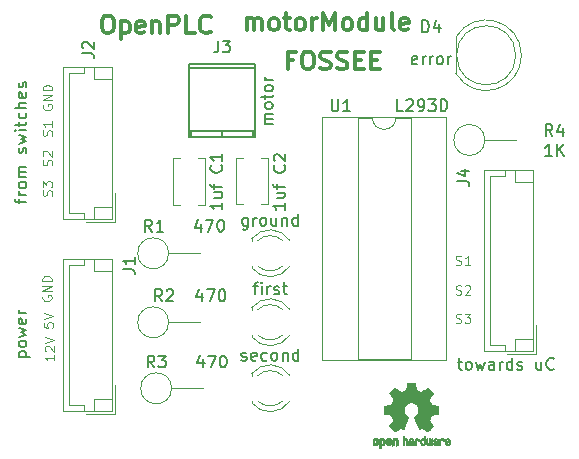
<source format=gbr>
G04 #@! TF.GenerationSoftware,KiCad,Pcbnew,5.0.1*
G04 #@! TF.CreationDate,2019-03-20T13:16:31+05:30*
G04 #@! TF.ProjectId,motor,6D6F746F722E6B696361645F70636200,rev?*
G04 #@! TF.SameCoordinates,Original*
G04 #@! TF.FileFunction,Legend,Top*
G04 #@! TF.FilePolarity,Positive*
%FSLAX46Y46*%
G04 Gerber Fmt 4.6, Leading zero omitted, Abs format (unit mm)*
G04 Created by KiCad (PCBNEW 5.0.1) date Wed 20 Mar 2019 01:16:31 PM IST*
%MOMM*%
%LPD*%
G01*
G04 APERTURE LIST*
%ADD10C,0.100000*%
%ADD11C,0.300000*%
%ADD12C,0.120000*%
%ADD13C,0.150000*%
%ADD14C,0.010000*%
G04 APERTURE END LIST*
D10*
X119365476Y-102048809D02*
X119479761Y-102086904D01*
X119670238Y-102086904D01*
X119746428Y-102048809D01*
X119784523Y-102010714D01*
X119822619Y-101934523D01*
X119822619Y-101858333D01*
X119784523Y-101782142D01*
X119746428Y-101744047D01*
X119670238Y-101705952D01*
X119517857Y-101667857D01*
X119441666Y-101629761D01*
X119403571Y-101591666D01*
X119365476Y-101515476D01*
X119365476Y-101439285D01*
X119403571Y-101363095D01*
X119441666Y-101325000D01*
X119517857Y-101286904D01*
X119708333Y-101286904D01*
X119822619Y-101325000D01*
X120584523Y-102086904D02*
X120127380Y-102086904D01*
X120355952Y-102086904D02*
X120355952Y-101286904D01*
X120279761Y-101401190D01*
X120203571Y-101477380D01*
X120127380Y-101515476D01*
X119365476Y-104548809D02*
X119479761Y-104586904D01*
X119670238Y-104586904D01*
X119746428Y-104548809D01*
X119784523Y-104510714D01*
X119822619Y-104434523D01*
X119822619Y-104358333D01*
X119784523Y-104282142D01*
X119746428Y-104244047D01*
X119670238Y-104205952D01*
X119517857Y-104167857D01*
X119441666Y-104129761D01*
X119403571Y-104091666D01*
X119365476Y-104015476D01*
X119365476Y-103939285D01*
X119403571Y-103863095D01*
X119441666Y-103825000D01*
X119517857Y-103786904D01*
X119708333Y-103786904D01*
X119822619Y-103825000D01*
X120127380Y-103863095D02*
X120165476Y-103825000D01*
X120241666Y-103786904D01*
X120432142Y-103786904D01*
X120508333Y-103825000D01*
X120546428Y-103863095D01*
X120584523Y-103939285D01*
X120584523Y-104015476D01*
X120546428Y-104129761D01*
X120089285Y-104586904D01*
X120584523Y-104586904D01*
X119365476Y-106973809D02*
X119479761Y-107011904D01*
X119670238Y-107011904D01*
X119746428Y-106973809D01*
X119784523Y-106935714D01*
X119822619Y-106859523D01*
X119822619Y-106783333D01*
X119784523Y-106707142D01*
X119746428Y-106669047D01*
X119670238Y-106630952D01*
X119517857Y-106592857D01*
X119441666Y-106554761D01*
X119403571Y-106516666D01*
X119365476Y-106440476D01*
X119365476Y-106364285D01*
X119403571Y-106288095D01*
X119441666Y-106250000D01*
X119517857Y-106211904D01*
X119708333Y-106211904D01*
X119822619Y-106250000D01*
X120089285Y-106211904D02*
X120584523Y-106211904D01*
X120317857Y-106516666D01*
X120432142Y-106516666D01*
X120508333Y-106554761D01*
X120546428Y-106592857D01*
X120584523Y-106669047D01*
X120584523Y-106859523D01*
X120546428Y-106935714D01*
X120508333Y-106973809D01*
X120432142Y-107011904D01*
X120203571Y-107011904D01*
X120127380Y-106973809D01*
X120089285Y-106935714D01*
X85123809Y-96228523D02*
X85161904Y-96114238D01*
X85161904Y-95923761D01*
X85123809Y-95847571D01*
X85085714Y-95809476D01*
X85009523Y-95771380D01*
X84933333Y-95771380D01*
X84857142Y-95809476D01*
X84819047Y-95847571D01*
X84780952Y-95923761D01*
X84742857Y-96076142D01*
X84704761Y-96152333D01*
X84666666Y-96190428D01*
X84590476Y-96228523D01*
X84514285Y-96228523D01*
X84438095Y-96190428D01*
X84400000Y-96152333D01*
X84361904Y-96076142D01*
X84361904Y-95885666D01*
X84400000Y-95771380D01*
X84361904Y-95504714D02*
X84361904Y-95009476D01*
X84666666Y-95276142D01*
X84666666Y-95161857D01*
X84704761Y-95085666D01*
X84742857Y-95047571D01*
X84819047Y-95009476D01*
X85009523Y-95009476D01*
X85085714Y-95047571D01*
X85123809Y-95085666D01*
X85161904Y-95161857D01*
X85161904Y-95390428D01*
X85123809Y-95466619D01*
X85085714Y-95504714D01*
X85123809Y-93653523D02*
X85161904Y-93539238D01*
X85161904Y-93348761D01*
X85123809Y-93272571D01*
X85085714Y-93234476D01*
X85009523Y-93196380D01*
X84933333Y-93196380D01*
X84857142Y-93234476D01*
X84819047Y-93272571D01*
X84780952Y-93348761D01*
X84742857Y-93501142D01*
X84704761Y-93577333D01*
X84666666Y-93615428D01*
X84590476Y-93653523D01*
X84514285Y-93653523D01*
X84438095Y-93615428D01*
X84400000Y-93577333D01*
X84361904Y-93501142D01*
X84361904Y-93310666D01*
X84400000Y-93196380D01*
X84438095Y-92891619D02*
X84400000Y-92853523D01*
X84361904Y-92777333D01*
X84361904Y-92586857D01*
X84400000Y-92510666D01*
X84438095Y-92472571D01*
X84514285Y-92434476D01*
X84590476Y-92434476D01*
X84704761Y-92472571D01*
X85161904Y-92929714D01*
X85161904Y-92434476D01*
X85123809Y-91153523D02*
X85161904Y-91039238D01*
X85161904Y-90848761D01*
X85123809Y-90772571D01*
X85085714Y-90734476D01*
X85009523Y-90696380D01*
X84933333Y-90696380D01*
X84857142Y-90734476D01*
X84819047Y-90772571D01*
X84780952Y-90848761D01*
X84742857Y-91001142D01*
X84704761Y-91077333D01*
X84666666Y-91115428D01*
X84590476Y-91153523D01*
X84514285Y-91153523D01*
X84438095Y-91115428D01*
X84400000Y-91077333D01*
X84361904Y-91001142D01*
X84361904Y-90810666D01*
X84400000Y-90696380D01*
X85161904Y-89934476D02*
X85161904Y-90391619D01*
X85161904Y-90163047D02*
X84361904Y-90163047D01*
X84476190Y-90239238D01*
X84552380Y-90315428D01*
X84590476Y-90391619D01*
X84400000Y-88528523D02*
X84361904Y-88604714D01*
X84361904Y-88719000D01*
X84400000Y-88833285D01*
X84476190Y-88909476D01*
X84552380Y-88947571D01*
X84704761Y-88985666D01*
X84819047Y-88985666D01*
X84971428Y-88947571D01*
X85047619Y-88909476D01*
X85123809Y-88833285D01*
X85161904Y-88719000D01*
X85161904Y-88642809D01*
X85123809Y-88528523D01*
X85085714Y-88490428D01*
X84819047Y-88490428D01*
X84819047Y-88642809D01*
X85161904Y-88147571D02*
X84361904Y-88147571D01*
X85161904Y-87690428D01*
X84361904Y-87690428D01*
X85161904Y-87309476D02*
X84361904Y-87309476D01*
X84361904Y-87119000D01*
X84400000Y-87004714D01*
X84476190Y-86928523D01*
X84552380Y-86890428D01*
X84704761Y-86852333D01*
X84819047Y-86852333D01*
X84971428Y-86890428D01*
X85047619Y-86928523D01*
X85123809Y-87004714D01*
X85161904Y-87119000D01*
X85161904Y-87309476D01*
X85336904Y-109701238D02*
X85336904Y-110158380D01*
X85336904Y-109929809D02*
X84536904Y-109929809D01*
X84651190Y-110006000D01*
X84727380Y-110082190D01*
X84765476Y-110158380D01*
X84613095Y-109396476D02*
X84575000Y-109358380D01*
X84536904Y-109282190D01*
X84536904Y-109091714D01*
X84575000Y-109015523D01*
X84613095Y-108977428D01*
X84689285Y-108939333D01*
X84765476Y-108939333D01*
X84879761Y-108977428D01*
X85336904Y-109434571D01*
X85336904Y-108939333D01*
X84536904Y-108710761D02*
X85336904Y-108444095D01*
X84536904Y-108177428D01*
X84461904Y-106958380D02*
X84461904Y-107339333D01*
X84842857Y-107377428D01*
X84804761Y-107339333D01*
X84766666Y-107263142D01*
X84766666Y-107072666D01*
X84804761Y-106996476D01*
X84842857Y-106958380D01*
X84919047Y-106920285D01*
X85109523Y-106920285D01*
X85185714Y-106958380D01*
X85223809Y-106996476D01*
X85261904Y-107072666D01*
X85261904Y-107263142D01*
X85223809Y-107339333D01*
X85185714Y-107377428D01*
X84461904Y-106691714D02*
X85261904Y-106425047D01*
X84461904Y-106158380D01*
X84375000Y-104690523D02*
X84336904Y-104766714D01*
X84336904Y-104881000D01*
X84375000Y-104995285D01*
X84451190Y-105071476D01*
X84527380Y-105109571D01*
X84679761Y-105147666D01*
X84794047Y-105147666D01*
X84946428Y-105109571D01*
X85022619Y-105071476D01*
X85098809Y-104995285D01*
X85136904Y-104881000D01*
X85136904Y-104804809D01*
X85098809Y-104690523D01*
X85060714Y-104652428D01*
X84794047Y-104652428D01*
X84794047Y-104804809D01*
X85136904Y-104309571D02*
X84336904Y-104309571D01*
X85136904Y-103852428D01*
X84336904Y-103852428D01*
X85136904Y-103471476D02*
X84336904Y-103471476D01*
X84336904Y-103281000D01*
X84375000Y-103166714D01*
X84451190Y-103090523D01*
X84527380Y-103052428D01*
X84679761Y-103014333D01*
X84794047Y-103014333D01*
X84946428Y-103052428D01*
X85022619Y-103090523D01*
X85098809Y-103166714D01*
X85136904Y-103281000D01*
X85136904Y-103471476D01*
D11*
X101636571Y-82212571D02*
X101636571Y-81212571D01*
X101636571Y-81355428D02*
X101708000Y-81284000D01*
X101850857Y-81212571D01*
X102065142Y-81212571D01*
X102208000Y-81284000D01*
X102279428Y-81426857D01*
X102279428Y-82212571D01*
X102279428Y-81426857D02*
X102350857Y-81284000D01*
X102493714Y-81212571D01*
X102708000Y-81212571D01*
X102850857Y-81284000D01*
X102922285Y-81426857D01*
X102922285Y-82212571D01*
X103850857Y-82212571D02*
X103708000Y-82141142D01*
X103636571Y-82069714D01*
X103565142Y-81926857D01*
X103565142Y-81498285D01*
X103636571Y-81355428D01*
X103708000Y-81284000D01*
X103850857Y-81212571D01*
X104065142Y-81212571D01*
X104208000Y-81284000D01*
X104279428Y-81355428D01*
X104350857Y-81498285D01*
X104350857Y-81926857D01*
X104279428Y-82069714D01*
X104208000Y-82141142D01*
X104065142Y-82212571D01*
X103850857Y-82212571D01*
X104779428Y-81212571D02*
X105350857Y-81212571D01*
X104993714Y-80712571D02*
X104993714Y-81998285D01*
X105065142Y-82141142D01*
X105208000Y-82212571D01*
X105350857Y-82212571D01*
X106065142Y-82212571D02*
X105922285Y-82141142D01*
X105850857Y-82069714D01*
X105779428Y-81926857D01*
X105779428Y-81498285D01*
X105850857Y-81355428D01*
X105922285Y-81284000D01*
X106065142Y-81212571D01*
X106279428Y-81212571D01*
X106422285Y-81284000D01*
X106493714Y-81355428D01*
X106565142Y-81498285D01*
X106565142Y-81926857D01*
X106493714Y-82069714D01*
X106422285Y-82141142D01*
X106279428Y-82212571D01*
X106065142Y-82212571D01*
X107208000Y-82212571D02*
X107208000Y-81212571D01*
X107208000Y-81498285D02*
X107279428Y-81355428D01*
X107350857Y-81284000D01*
X107493714Y-81212571D01*
X107636571Y-81212571D01*
X108136571Y-82212571D02*
X108136571Y-80712571D01*
X108636571Y-81784000D01*
X109136571Y-80712571D01*
X109136571Y-82212571D01*
X110065142Y-82212571D02*
X109922285Y-82141142D01*
X109850857Y-82069714D01*
X109779428Y-81926857D01*
X109779428Y-81498285D01*
X109850857Y-81355428D01*
X109922285Y-81284000D01*
X110065142Y-81212571D01*
X110279428Y-81212571D01*
X110422285Y-81284000D01*
X110493714Y-81355428D01*
X110565142Y-81498285D01*
X110565142Y-81926857D01*
X110493714Y-82069714D01*
X110422285Y-82141142D01*
X110279428Y-82212571D01*
X110065142Y-82212571D01*
X111850857Y-82212571D02*
X111850857Y-80712571D01*
X111850857Y-82141142D02*
X111708000Y-82212571D01*
X111422285Y-82212571D01*
X111279428Y-82141142D01*
X111208000Y-82069714D01*
X111136571Y-81926857D01*
X111136571Y-81498285D01*
X111208000Y-81355428D01*
X111279428Y-81284000D01*
X111422285Y-81212571D01*
X111708000Y-81212571D01*
X111850857Y-81284000D01*
X113208000Y-81212571D02*
X113208000Y-82212571D01*
X112565142Y-81212571D02*
X112565142Y-81998285D01*
X112636571Y-82141142D01*
X112779428Y-82212571D01*
X112993714Y-82212571D01*
X113136571Y-82141142D01*
X113208000Y-82069714D01*
X114136571Y-82212571D02*
X113993714Y-82141142D01*
X113922285Y-81998285D01*
X113922285Y-80712571D01*
X115279428Y-82141142D02*
X115136571Y-82212571D01*
X114850857Y-82212571D01*
X114708000Y-82141142D01*
X114636571Y-81998285D01*
X114636571Y-81426857D01*
X114708000Y-81284000D01*
X114850857Y-81212571D01*
X115136571Y-81212571D01*
X115279428Y-81284000D01*
X115350857Y-81426857D01*
X115350857Y-81569714D01*
X114636571Y-81712571D01*
X105608857Y-84728857D02*
X105108857Y-84728857D01*
X105108857Y-85514571D02*
X105108857Y-84014571D01*
X105823142Y-84014571D01*
X106680285Y-84014571D02*
X106966000Y-84014571D01*
X107108857Y-84086000D01*
X107251714Y-84228857D01*
X107323142Y-84514571D01*
X107323142Y-85014571D01*
X107251714Y-85300285D01*
X107108857Y-85443142D01*
X106966000Y-85514571D01*
X106680285Y-85514571D01*
X106537428Y-85443142D01*
X106394571Y-85300285D01*
X106323142Y-85014571D01*
X106323142Y-84514571D01*
X106394571Y-84228857D01*
X106537428Y-84086000D01*
X106680285Y-84014571D01*
X107894571Y-85443142D02*
X108108857Y-85514571D01*
X108466000Y-85514571D01*
X108608857Y-85443142D01*
X108680285Y-85371714D01*
X108751714Y-85228857D01*
X108751714Y-85086000D01*
X108680285Y-84943142D01*
X108608857Y-84871714D01*
X108466000Y-84800285D01*
X108180285Y-84728857D01*
X108037428Y-84657428D01*
X107966000Y-84586000D01*
X107894571Y-84443142D01*
X107894571Y-84300285D01*
X107966000Y-84157428D01*
X108037428Y-84086000D01*
X108180285Y-84014571D01*
X108537428Y-84014571D01*
X108751714Y-84086000D01*
X109323142Y-85443142D02*
X109537428Y-85514571D01*
X109894571Y-85514571D01*
X110037428Y-85443142D01*
X110108857Y-85371714D01*
X110180285Y-85228857D01*
X110180285Y-85086000D01*
X110108857Y-84943142D01*
X110037428Y-84871714D01*
X109894571Y-84800285D01*
X109608857Y-84728857D01*
X109466000Y-84657428D01*
X109394571Y-84586000D01*
X109323142Y-84443142D01*
X109323142Y-84300285D01*
X109394571Y-84157428D01*
X109466000Y-84086000D01*
X109608857Y-84014571D01*
X109966000Y-84014571D01*
X110180285Y-84086000D01*
X110823142Y-84728857D02*
X111323142Y-84728857D01*
X111537428Y-85514571D02*
X110823142Y-85514571D01*
X110823142Y-84014571D01*
X111537428Y-84014571D01*
X112180285Y-84728857D02*
X112680285Y-84728857D01*
X112894571Y-85514571D02*
X112180285Y-85514571D01*
X112180285Y-84014571D01*
X112894571Y-84014571D01*
X89730000Y-80966571D02*
X90015714Y-80966571D01*
X90158571Y-81038000D01*
X90301428Y-81180857D01*
X90372857Y-81466571D01*
X90372857Y-81966571D01*
X90301428Y-82252285D01*
X90158571Y-82395142D01*
X90015714Y-82466571D01*
X89730000Y-82466571D01*
X89587142Y-82395142D01*
X89444285Y-82252285D01*
X89372857Y-81966571D01*
X89372857Y-81466571D01*
X89444285Y-81180857D01*
X89587142Y-81038000D01*
X89730000Y-80966571D01*
X91015714Y-81466571D02*
X91015714Y-82966571D01*
X91015714Y-81538000D02*
X91158571Y-81466571D01*
X91444285Y-81466571D01*
X91587142Y-81538000D01*
X91658571Y-81609428D01*
X91730000Y-81752285D01*
X91730000Y-82180857D01*
X91658571Y-82323714D01*
X91587142Y-82395142D01*
X91444285Y-82466571D01*
X91158571Y-82466571D01*
X91015714Y-82395142D01*
X92944285Y-82395142D02*
X92801428Y-82466571D01*
X92515714Y-82466571D01*
X92372857Y-82395142D01*
X92301428Y-82252285D01*
X92301428Y-81680857D01*
X92372857Y-81538000D01*
X92515714Y-81466571D01*
X92801428Y-81466571D01*
X92944285Y-81538000D01*
X93015714Y-81680857D01*
X93015714Y-81823714D01*
X92301428Y-81966571D01*
X93658571Y-81466571D02*
X93658571Y-82466571D01*
X93658571Y-81609428D02*
X93730000Y-81538000D01*
X93872857Y-81466571D01*
X94087142Y-81466571D01*
X94230000Y-81538000D01*
X94301428Y-81680857D01*
X94301428Y-82466571D01*
X95015714Y-82466571D02*
X95015714Y-80966571D01*
X95587142Y-80966571D01*
X95730000Y-81038000D01*
X95801428Y-81109428D01*
X95872857Y-81252285D01*
X95872857Y-81466571D01*
X95801428Y-81609428D01*
X95730000Y-81680857D01*
X95587142Y-81752285D01*
X95015714Y-81752285D01*
X97230000Y-82466571D02*
X96515714Y-82466571D01*
X96515714Y-80966571D01*
X98587142Y-82323714D02*
X98515714Y-82395142D01*
X98301428Y-82466571D01*
X98158571Y-82466571D01*
X97944285Y-82395142D01*
X97801428Y-82252285D01*
X97730000Y-82109428D01*
X97658571Y-81823714D01*
X97658571Y-81609428D01*
X97730000Y-81323714D01*
X97801428Y-81180857D01*
X97944285Y-81038000D01*
X98158571Y-80966571D01*
X98301428Y-80966571D01*
X98515714Y-81038000D01*
X98587142Y-81109428D01*
D12*
G04 #@! TO.C,J4*
X126175000Y-109625000D02*
X126175000Y-107125000D01*
X123675000Y-109625000D02*
X126175000Y-109625000D01*
X124375000Y-95025000D02*
X125875000Y-95025000D01*
X124375000Y-94025000D02*
X124375000Y-95025000D01*
X124375000Y-108325000D02*
X125875000Y-108325000D01*
X124375000Y-109325000D02*
X124375000Y-108325000D01*
X123525000Y-94525000D02*
X123525000Y-94025000D01*
X122275000Y-94525000D02*
X123525000Y-94525000D01*
X122275000Y-108825000D02*
X122275000Y-94525000D01*
X123525000Y-108825000D02*
X122275000Y-108825000D01*
X123525000Y-109325000D02*
X123525000Y-108825000D01*
X121775000Y-94025000D02*
X121775000Y-109325000D01*
X125875000Y-94025000D02*
X121775000Y-94025000D01*
X125875000Y-109325000D02*
X125875000Y-94025000D01*
X121775000Y-109325000D02*
X125875000Y-109325000D01*
G04 #@! TO.C,D4*
X119360000Y-82783000D02*
X119360000Y-85873000D01*
X124420000Y-84328000D02*
G75*
G03X124420000Y-84328000I-2500000J0D01*
G01*
X124910000Y-84327538D02*
G75*
G02X119360000Y-85872830I-2990000J-462D01*
G01*
X124910000Y-84328462D02*
G75*
G03X119360000Y-82783170I-2990000J462D01*
G01*
G04 #@! TO.C,R4*
X121810000Y-91500000D02*
X124480000Y-91500000D01*
X121810000Y-91500000D02*
G75*
G03X121810000Y-91500000I-1310000J0D01*
G01*
G04 #@! TO.C,C2*
X103468000Y-93016000D02*
X103468000Y-96936000D01*
X100748000Y-93016000D02*
X100748000Y-96936000D01*
X103468000Y-93016000D02*
X102858000Y-93016000D01*
X101358000Y-93016000D02*
X100748000Y-93016000D01*
X103468000Y-96936000D02*
X102858000Y-96936000D01*
X101358000Y-96936000D02*
X100748000Y-96936000D01*
G04 #@! TO.C,C1*
X97524000Y-93056000D02*
X98134000Y-93056000D01*
X95414000Y-93056000D02*
X96024000Y-93056000D01*
X97524000Y-96976000D02*
X98134000Y-96976000D01*
X95414000Y-96976000D02*
X96024000Y-96976000D01*
X98134000Y-96976000D02*
X98134000Y-93056000D01*
X95414000Y-96976000D02*
X95414000Y-93056000D01*
G04 #@! TO.C,R3*
X95290000Y-112522000D02*
X97960000Y-112522000D01*
X95290000Y-112522000D02*
G75*
G03X95290000Y-112522000I-1310000J0D01*
G01*
G04 #@! TO.C,R2*
X95036000Y-106934000D02*
G75*
G03X95036000Y-106934000I-1310000J0D01*
G01*
X95036000Y-106934000D02*
X97706000Y-106934000D01*
G04 #@! TO.C,R1*
X95036000Y-101092000D02*
X97706000Y-101092000D01*
X95036000Y-101092000D02*
G75*
G03X95036000Y-101092000I-1310000J0D01*
G01*
G04 #@! TO.C,D3*
X102072000Y-113602000D02*
X102072000Y-113758000D01*
X102072000Y-111286000D02*
X102072000Y-111442000D01*
X104673130Y-113601837D02*
G75*
G02X102591039Y-113602000I-1041130J1079837D01*
G01*
X104673130Y-111442163D02*
G75*
G03X102591039Y-111442000I-1041130J-1079837D01*
G01*
X105304335Y-113600608D02*
G75*
G02X102072000Y-113757516I-1672335J1078608D01*
G01*
X105304335Y-111443392D02*
G75*
G03X102072000Y-111286484I-1672335J-1078608D01*
G01*
G04 #@! TO.C,D2*
X105304335Y-105855392D02*
G75*
G03X102072000Y-105698484I-1672335J-1078608D01*
G01*
X105304335Y-108012608D02*
G75*
G02X102072000Y-108169516I-1672335J1078608D01*
G01*
X104673130Y-105854163D02*
G75*
G03X102591039Y-105854000I-1041130J-1079837D01*
G01*
X104673130Y-108013837D02*
G75*
G02X102591039Y-108014000I-1041130J1079837D01*
G01*
X102072000Y-105698000D02*
X102072000Y-105854000D01*
X102072000Y-108014000D02*
X102072000Y-108170000D01*
G04 #@! TO.C,D1*
X102072000Y-102172000D02*
X102072000Y-102328000D01*
X102072000Y-99856000D02*
X102072000Y-100012000D01*
X104673130Y-102171837D02*
G75*
G02X102591039Y-102172000I-1041130J1079837D01*
G01*
X104673130Y-100012163D02*
G75*
G03X102591039Y-100012000I-1041130J-1079837D01*
G01*
X105304335Y-102170608D02*
G75*
G02X102072000Y-102327516I-1672335J1078608D01*
G01*
X105304335Y-100013392D02*
G75*
G03X102072000Y-99856484I-1672335J-1078608D01*
G01*
G04 #@! TO.C,U1*
X118534000Y-89542000D02*
X108034000Y-89542000D01*
X118534000Y-110102000D02*
X118534000Y-89542000D01*
X108034000Y-110102000D02*
X118534000Y-110102000D01*
X108034000Y-89542000D02*
X108034000Y-110102000D01*
X115534000Y-89602000D02*
X114284000Y-89602000D01*
X115534000Y-110042000D02*
X115534000Y-89602000D01*
X111034000Y-110042000D02*
X115534000Y-110042000D01*
X111034000Y-89602000D02*
X111034000Y-110042000D01*
X112284000Y-89602000D02*
X111034000Y-89602000D01*
X114284000Y-89602000D02*
G75*
G02X112284000Y-89602000I-1000000J0D01*
G01*
G04 #@! TO.C,J1*
X90534000Y-114710000D02*
X90534000Y-112210000D01*
X88034000Y-114710000D02*
X90534000Y-114710000D01*
X88734000Y-102610000D02*
X90234000Y-102610000D01*
X88734000Y-101610000D02*
X88734000Y-102610000D01*
X88734000Y-113410000D02*
X90234000Y-113410000D01*
X88734000Y-114410000D02*
X88734000Y-113410000D01*
X87884000Y-102110000D02*
X87884000Y-101610000D01*
X86634000Y-102110000D02*
X87884000Y-102110000D01*
X86634000Y-113910000D02*
X86634000Y-102110000D01*
X87884000Y-113910000D02*
X86634000Y-113910000D01*
X87884000Y-114410000D02*
X87884000Y-113910000D01*
X86134000Y-101610000D02*
X86134000Y-114410000D01*
X90234000Y-101610000D02*
X86134000Y-101610000D01*
X90234000Y-114410000D02*
X90234000Y-101610000D01*
X86134000Y-114410000D02*
X90234000Y-114410000D01*
G04 #@! TO.C,J2*
X90534000Y-98454000D02*
X90534000Y-95954000D01*
X88034000Y-98454000D02*
X90534000Y-98454000D01*
X88734000Y-86354000D02*
X90234000Y-86354000D01*
X88734000Y-85354000D02*
X88734000Y-86354000D01*
X88734000Y-97154000D02*
X90234000Y-97154000D01*
X88734000Y-98154000D02*
X88734000Y-97154000D01*
X87884000Y-85854000D02*
X87884000Y-85354000D01*
X86634000Y-85854000D02*
X87884000Y-85854000D01*
X86634000Y-97654000D02*
X86634000Y-85854000D01*
X87884000Y-97654000D02*
X86634000Y-97654000D01*
X87884000Y-98154000D02*
X87884000Y-97654000D01*
X86134000Y-85354000D02*
X86134000Y-98154000D01*
X90234000Y-85354000D02*
X86134000Y-85354000D01*
X90234000Y-98154000D02*
X90234000Y-85354000D01*
X86134000Y-98154000D02*
X90234000Y-98154000D01*
D13*
G04 #@! TO.C,J3*
X96768920Y-85039200D02*
X96768920Y-91236800D01*
X102367080Y-85039200D02*
X96768920Y-85039200D01*
X102367080Y-91236800D02*
X102367080Y-85039200D01*
X96768920Y-91236800D02*
X102367080Y-91236800D01*
X96768920Y-85437980D02*
X102367080Y-85437980D01*
X99568000Y-91236800D02*
X99568000Y-90738960D01*
X102168960Y-90738960D02*
X102168960Y-91236800D01*
X96967040Y-91236800D02*
X96967040Y-90738960D01*
X102367080Y-90738960D02*
X96768920Y-90738960D01*
D14*
G04 #@! TO.C,REF\002A\002A\002A*
G36*
X113169744Y-116727918D02*
X113225201Y-116755568D01*
X113274148Y-116806480D01*
X113287629Y-116825338D01*
X113302314Y-116850015D01*
X113311842Y-116876816D01*
X113317293Y-116912587D01*
X113319747Y-116964169D01*
X113320286Y-117032267D01*
X113317852Y-117125588D01*
X113309394Y-117195657D01*
X113293174Y-117247931D01*
X113267454Y-117287869D01*
X113230497Y-117320929D01*
X113227782Y-117322886D01*
X113191360Y-117342908D01*
X113147502Y-117352815D01*
X113091724Y-117355257D01*
X113001048Y-117355257D01*
X113001010Y-117443283D01*
X113000166Y-117492308D01*
X112995024Y-117521065D01*
X112981587Y-117538311D01*
X112955858Y-117552808D01*
X112949679Y-117555769D01*
X112920764Y-117569648D01*
X112898376Y-117578414D01*
X112881729Y-117579171D01*
X112870036Y-117569023D01*
X112862510Y-117545073D01*
X112858366Y-117504426D01*
X112856815Y-117444186D01*
X112857071Y-117361455D01*
X112858349Y-117253339D01*
X112858748Y-117221000D01*
X112860185Y-117109524D01*
X112861472Y-117036603D01*
X113000971Y-117036603D01*
X113001755Y-117098499D01*
X113005240Y-117138997D01*
X113013124Y-117165708D01*
X113027105Y-117186244D01*
X113036597Y-117196260D01*
X113075404Y-117225567D01*
X113109763Y-117227952D01*
X113145216Y-117203750D01*
X113146114Y-117202857D01*
X113160539Y-117184153D01*
X113169313Y-117158732D01*
X113173739Y-117119584D01*
X113175118Y-117059697D01*
X113175143Y-117046430D01*
X113171812Y-116963901D01*
X113160969Y-116906691D01*
X113141340Y-116871766D01*
X113111650Y-116856094D01*
X113094491Y-116854514D01*
X113053766Y-116861926D01*
X113025832Y-116886330D01*
X113009017Y-116930980D01*
X113001650Y-116999130D01*
X113000971Y-117036603D01*
X112861472Y-117036603D01*
X112861708Y-117023245D01*
X112863677Y-116958333D01*
X112866450Y-116910958D01*
X112870388Y-116877290D01*
X112875849Y-116853498D01*
X112883192Y-116835753D01*
X112892777Y-116820224D01*
X112896887Y-116814381D01*
X112951405Y-116759185D01*
X113020336Y-116727890D01*
X113100072Y-116719165D01*
X113169744Y-116727918D01*
X113169744Y-116727918D01*
G37*
X113169744Y-116727918D02*
X113225201Y-116755568D01*
X113274148Y-116806480D01*
X113287629Y-116825338D01*
X113302314Y-116850015D01*
X113311842Y-116876816D01*
X113317293Y-116912587D01*
X113319747Y-116964169D01*
X113320286Y-117032267D01*
X113317852Y-117125588D01*
X113309394Y-117195657D01*
X113293174Y-117247931D01*
X113267454Y-117287869D01*
X113230497Y-117320929D01*
X113227782Y-117322886D01*
X113191360Y-117342908D01*
X113147502Y-117352815D01*
X113091724Y-117355257D01*
X113001048Y-117355257D01*
X113001010Y-117443283D01*
X113000166Y-117492308D01*
X112995024Y-117521065D01*
X112981587Y-117538311D01*
X112955858Y-117552808D01*
X112949679Y-117555769D01*
X112920764Y-117569648D01*
X112898376Y-117578414D01*
X112881729Y-117579171D01*
X112870036Y-117569023D01*
X112862510Y-117545073D01*
X112858366Y-117504426D01*
X112856815Y-117444186D01*
X112857071Y-117361455D01*
X112858349Y-117253339D01*
X112858748Y-117221000D01*
X112860185Y-117109524D01*
X112861472Y-117036603D01*
X113000971Y-117036603D01*
X113001755Y-117098499D01*
X113005240Y-117138997D01*
X113013124Y-117165708D01*
X113027105Y-117186244D01*
X113036597Y-117196260D01*
X113075404Y-117225567D01*
X113109763Y-117227952D01*
X113145216Y-117203750D01*
X113146114Y-117202857D01*
X113160539Y-117184153D01*
X113169313Y-117158732D01*
X113173739Y-117119584D01*
X113175118Y-117059697D01*
X113175143Y-117046430D01*
X113171812Y-116963901D01*
X113160969Y-116906691D01*
X113141340Y-116871766D01*
X113111650Y-116856094D01*
X113094491Y-116854514D01*
X113053766Y-116861926D01*
X113025832Y-116886330D01*
X113009017Y-116930980D01*
X113001650Y-116999130D01*
X113000971Y-117036603D01*
X112861472Y-117036603D01*
X112861708Y-117023245D01*
X112863677Y-116958333D01*
X112866450Y-116910958D01*
X112870388Y-116877290D01*
X112875849Y-116853498D01*
X112883192Y-116835753D01*
X112892777Y-116820224D01*
X112896887Y-116814381D01*
X112951405Y-116759185D01*
X113020336Y-116727890D01*
X113100072Y-116719165D01*
X113169744Y-116727918D01*
G36*
X114286093Y-116735780D02*
X114332672Y-116762723D01*
X114365057Y-116789466D01*
X114388742Y-116817484D01*
X114405059Y-116851748D01*
X114415339Y-116897227D01*
X114420914Y-116958892D01*
X114423116Y-117041711D01*
X114423371Y-117101246D01*
X114423371Y-117320391D01*
X114361686Y-117348044D01*
X114300000Y-117375697D01*
X114292743Y-117135670D01*
X114289744Y-117046028D01*
X114286598Y-116980962D01*
X114282701Y-116936026D01*
X114277447Y-116906770D01*
X114270231Y-116888748D01*
X114260450Y-116877511D01*
X114257312Y-116875079D01*
X114209761Y-116856083D01*
X114161697Y-116863600D01*
X114133086Y-116883543D01*
X114121447Y-116897675D01*
X114113391Y-116916220D01*
X114108271Y-116944334D01*
X114105441Y-116987173D01*
X114104256Y-117049895D01*
X114104057Y-117115261D01*
X114104018Y-117197268D01*
X114102614Y-117255316D01*
X114097914Y-117294465D01*
X114087987Y-117319780D01*
X114070903Y-117336323D01*
X114044732Y-117349156D01*
X114009775Y-117362491D01*
X113971596Y-117377007D01*
X113976141Y-117119389D01*
X113977971Y-117026519D01*
X113980112Y-116957889D01*
X113983181Y-116908711D01*
X113987794Y-116874198D01*
X113994568Y-116849562D01*
X114004119Y-116830016D01*
X114015634Y-116812770D01*
X114071190Y-116757680D01*
X114138980Y-116725822D01*
X114212713Y-116718191D01*
X114286093Y-116735780D01*
X114286093Y-116735780D01*
G37*
X114286093Y-116735780D02*
X114332672Y-116762723D01*
X114365057Y-116789466D01*
X114388742Y-116817484D01*
X114405059Y-116851748D01*
X114415339Y-116897227D01*
X114420914Y-116958892D01*
X114423116Y-117041711D01*
X114423371Y-117101246D01*
X114423371Y-117320391D01*
X114361686Y-117348044D01*
X114300000Y-117375697D01*
X114292743Y-117135670D01*
X114289744Y-117046028D01*
X114286598Y-116980962D01*
X114282701Y-116936026D01*
X114277447Y-116906770D01*
X114270231Y-116888748D01*
X114260450Y-116877511D01*
X114257312Y-116875079D01*
X114209761Y-116856083D01*
X114161697Y-116863600D01*
X114133086Y-116883543D01*
X114121447Y-116897675D01*
X114113391Y-116916220D01*
X114108271Y-116944334D01*
X114105441Y-116987173D01*
X114104256Y-117049895D01*
X114104057Y-117115261D01*
X114104018Y-117197268D01*
X114102614Y-117255316D01*
X114097914Y-117294465D01*
X114087987Y-117319780D01*
X114070903Y-117336323D01*
X114044732Y-117349156D01*
X114009775Y-117362491D01*
X113971596Y-117377007D01*
X113976141Y-117119389D01*
X113977971Y-117026519D01*
X113980112Y-116957889D01*
X113983181Y-116908711D01*
X113987794Y-116874198D01*
X113994568Y-116849562D01*
X114004119Y-116830016D01*
X114015634Y-116812770D01*
X114071190Y-116757680D01*
X114138980Y-116725822D01*
X114212713Y-116718191D01*
X114286093Y-116735780D01*
G36*
X112611115Y-116729962D02*
X112679145Y-116765733D01*
X112729351Y-116823301D01*
X112747185Y-116860312D01*
X112761063Y-116915882D01*
X112768167Y-116986096D01*
X112768840Y-117062727D01*
X112763427Y-117137552D01*
X112752270Y-117202342D01*
X112735714Y-117248873D01*
X112730626Y-117256887D01*
X112670355Y-117316707D01*
X112598769Y-117352535D01*
X112521092Y-117363020D01*
X112442548Y-117346810D01*
X112420689Y-117337092D01*
X112378122Y-117307143D01*
X112340763Y-117267433D01*
X112337232Y-117262397D01*
X112322881Y-117238124D01*
X112313394Y-117212178D01*
X112307790Y-117178022D01*
X112305086Y-117129119D01*
X112304299Y-117058935D01*
X112304286Y-117043200D01*
X112304322Y-117038192D01*
X112449429Y-117038192D01*
X112450273Y-117104430D01*
X112453596Y-117148386D01*
X112460583Y-117176779D01*
X112472416Y-117196325D01*
X112478457Y-117202857D01*
X112513186Y-117227680D01*
X112546903Y-117226548D01*
X112580995Y-117205016D01*
X112601329Y-117182029D01*
X112613371Y-117148478D01*
X112620134Y-117095569D01*
X112620598Y-117089399D01*
X112621752Y-116993513D01*
X112609688Y-116922299D01*
X112584570Y-116876194D01*
X112546560Y-116855635D01*
X112532992Y-116854514D01*
X112497364Y-116860152D01*
X112472994Y-116879686D01*
X112458093Y-116917042D01*
X112450875Y-116976150D01*
X112449429Y-117038192D01*
X112304322Y-117038192D01*
X112304826Y-116968413D01*
X112307096Y-116916159D01*
X112312068Y-116879949D01*
X112320713Y-116853299D01*
X112334005Y-116829722D01*
X112336943Y-116825338D01*
X112386313Y-116766249D01*
X112440109Y-116731947D01*
X112505602Y-116718331D01*
X112527842Y-116717665D01*
X112611115Y-116729962D01*
X112611115Y-116729962D01*
G37*
X112611115Y-116729962D02*
X112679145Y-116765733D01*
X112729351Y-116823301D01*
X112747185Y-116860312D01*
X112761063Y-116915882D01*
X112768167Y-116986096D01*
X112768840Y-117062727D01*
X112763427Y-117137552D01*
X112752270Y-117202342D01*
X112735714Y-117248873D01*
X112730626Y-117256887D01*
X112670355Y-117316707D01*
X112598769Y-117352535D01*
X112521092Y-117363020D01*
X112442548Y-117346810D01*
X112420689Y-117337092D01*
X112378122Y-117307143D01*
X112340763Y-117267433D01*
X112337232Y-117262397D01*
X112322881Y-117238124D01*
X112313394Y-117212178D01*
X112307790Y-117178022D01*
X112305086Y-117129119D01*
X112304299Y-117058935D01*
X112304286Y-117043200D01*
X112304322Y-117038192D01*
X112449429Y-117038192D01*
X112450273Y-117104430D01*
X112453596Y-117148386D01*
X112460583Y-117176779D01*
X112472416Y-117196325D01*
X112478457Y-117202857D01*
X112513186Y-117227680D01*
X112546903Y-117226548D01*
X112580995Y-117205016D01*
X112601329Y-117182029D01*
X112613371Y-117148478D01*
X112620134Y-117095569D01*
X112620598Y-117089399D01*
X112621752Y-116993513D01*
X112609688Y-116922299D01*
X112584570Y-116876194D01*
X112546560Y-116855635D01*
X112532992Y-116854514D01*
X112497364Y-116860152D01*
X112472994Y-116879686D01*
X112458093Y-116917042D01*
X112450875Y-116976150D01*
X112449429Y-117038192D01*
X112304322Y-117038192D01*
X112304826Y-116968413D01*
X112307096Y-116916159D01*
X112312068Y-116879949D01*
X112320713Y-116853299D01*
X112334005Y-116829722D01*
X112336943Y-116825338D01*
X112386313Y-116766249D01*
X112440109Y-116731947D01*
X112505602Y-116718331D01*
X112527842Y-116717665D01*
X112611115Y-116729962D01*
G36*
X113738303Y-116739239D02*
X113795527Y-116777735D01*
X113839749Y-116833335D01*
X113866167Y-116904086D01*
X113871510Y-116956162D01*
X113870903Y-116977893D01*
X113865822Y-116994531D01*
X113851855Y-117009437D01*
X113824589Y-117025973D01*
X113779612Y-117047498D01*
X113712511Y-117077374D01*
X113712171Y-117077524D01*
X113650407Y-117105813D01*
X113599759Y-117130933D01*
X113565404Y-117150179D01*
X113552518Y-117160848D01*
X113552514Y-117160934D01*
X113563872Y-117184166D01*
X113590431Y-117209774D01*
X113620923Y-117228221D01*
X113636370Y-117231886D01*
X113678515Y-117219212D01*
X113714808Y-117187471D01*
X113732517Y-117152572D01*
X113749552Y-117126845D01*
X113782922Y-117097546D01*
X113822149Y-117072235D01*
X113856756Y-117058471D01*
X113863993Y-117057714D01*
X113872139Y-117070160D01*
X113872630Y-117101972D01*
X113866643Y-117144866D01*
X113855357Y-117190558D01*
X113839950Y-117230761D01*
X113839171Y-117232322D01*
X113792804Y-117297062D01*
X113732711Y-117341097D01*
X113664465Y-117362711D01*
X113593638Y-117360185D01*
X113525804Y-117331804D01*
X113522788Y-117329808D01*
X113469427Y-117281448D01*
X113434340Y-117218352D01*
X113414922Y-117135387D01*
X113412316Y-117112078D01*
X113407701Y-117002055D01*
X113413233Y-116950748D01*
X113552514Y-116950748D01*
X113554324Y-116982753D01*
X113564222Y-116992093D01*
X113588898Y-116985105D01*
X113627795Y-116968587D01*
X113671275Y-116947881D01*
X113672356Y-116947333D01*
X113709209Y-116927949D01*
X113724000Y-116915013D01*
X113720353Y-116901451D01*
X113704995Y-116883632D01*
X113665923Y-116857845D01*
X113623846Y-116855950D01*
X113586103Y-116874717D01*
X113560034Y-116910915D01*
X113552514Y-116950748D01*
X113413233Y-116950748D01*
X113417194Y-116914027D01*
X113441550Y-116844212D01*
X113475456Y-116795302D01*
X113536653Y-116745878D01*
X113604063Y-116721359D01*
X113672880Y-116719797D01*
X113738303Y-116739239D01*
X113738303Y-116739239D01*
G37*
X113738303Y-116739239D02*
X113795527Y-116777735D01*
X113839749Y-116833335D01*
X113866167Y-116904086D01*
X113871510Y-116956162D01*
X113870903Y-116977893D01*
X113865822Y-116994531D01*
X113851855Y-117009437D01*
X113824589Y-117025973D01*
X113779612Y-117047498D01*
X113712511Y-117077374D01*
X113712171Y-117077524D01*
X113650407Y-117105813D01*
X113599759Y-117130933D01*
X113565404Y-117150179D01*
X113552518Y-117160848D01*
X113552514Y-117160934D01*
X113563872Y-117184166D01*
X113590431Y-117209774D01*
X113620923Y-117228221D01*
X113636370Y-117231886D01*
X113678515Y-117219212D01*
X113714808Y-117187471D01*
X113732517Y-117152572D01*
X113749552Y-117126845D01*
X113782922Y-117097546D01*
X113822149Y-117072235D01*
X113856756Y-117058471D01*
X113863993Y-117057714D01*
X113872139Y-117070160D01*
X113872630Y-117101972D01*
X113866643Y-117144866D01*
X113855357Y-117190558D01*
X113839950Y-117230761D01*
X113839171Y-117232322D01*
X113792804Y-117297062D01*
X113732711Y-117341097D01*
X113664465Y-117362711D01*
X113593638Y-117360185D01*
X113525804Y-117331804D01*
X113522788Y-117329808D01*
X113469427Y-117281448D01*
X113434340Y-117218352D01*
X113414922Y-117135387D01*
X113412316Y-117112078D01*
X113407701Y-117002055D01*
X113413233Y-116950748D01*
X113552514Y-116950748D01*
X113554324Y-116982753D01*
X113564222Y-116992093D01*
X113588898Y-116985105D01*
X113627795Y-116968587D01*
X113671275Y-116947881D01*
X113672356Y-116947333D01*
X113709209Y-116927949D01*
X113724000Y-116915013D01*
X113720353Y-116901451D01*
X113704995Y-116883632D01*
X113665923Y-116857845D01*
X113623846Y-116855950D01*
X113586103Y-116874717D01*
X113560034Y-116910915D01*
X113552514Y-116950748D01*
X113413233Y-116950748D01*
X113417194Y-116914027D01*
X113441550Y-116844212D01*
X113475456Y-116795302D01*
X113536653Y-116745878D01*
X113604063Y-116721359D01*
X113672880Y-116719797D01*
X113738303Y-116739239D01*
G36*
X114945886Y-116659289D02*
X114950139Y-116718613D01*
X114955025Y-116753572D01*
X114961795Y-116768820D01*
X114971702Y-116769015D01*
X114974914Y-116767195D01*
X115017644Y-116754015D01*
X115073227Y-116754785D01*
X115129737Y-116768333D01*
X115165082Y-116785861D01*
X115201321Y-116813861D01*
X115227813Y-116845549D01*
X115245999Y-116885813D01*
X115257322Y-116939543D01*
X115263222Y-117011626D01*
X115265143Y-117106951D01*
X115265177Y-117125237D01*
X115265200Y-117330646D01*
X115219491Y-117346580D01*
X115187027Y-117357420D01*
X115169215Y-117362468D01*
X115168691Y-117362514D01*
X115166937Y-117348828D01*
X115165444Y-117311076D01*
X115164326Y-117254224D01*
X115163697Y-117183234D01*
X115163600Y-117140073D01*
X115163398Y-117054973D01*
X115162358Y-116993981D01*
X115159831Y-116952177D01*
X115155164Y-116924642D01*
X115147707Y-116906456D01*
X115136811Y-116892698D01*
X115130007Y-116886073D01*
X115083272Y-116859375D01*
X115032272Y-116857375D01*
X114986001Y-116879955D01*
X114977444Y-116888107D01*
X114964893Y-116903436D01*
X114956188Y-116921618D01*
X114950631Y-116947909D01*
X114947526Y-116987562D01*
X114946176Y-117045832D01*
X114945886Y-117126173D01*
X114945886Y-117330646D01*
X114900177Y-117346580D01*
X114867713Y-117357420D01*
X114849901Y-117362468D01*
X114849377Y-117362514D01*
X114848037Y-117348623D01*
X114846828Y-117309439D01*
X114845801Y-117248700D01*
X114845002Y-117170141D01*
X114844481Y-117077498D01*
X114844286Y-116974509D01*
X114844286Y-116577342D01*
X114891457Y-116557444D01*
X114938629Y-116537547D01*
X114945886Y-116659289D01*
X114945886Y-116659289D01*
G37*
X114945886Y-116659289D02*
X114950139Y-116718613D01*
X114955025Y-116753572D01*
X114961795Y-116768820D01*
X114971702Y-116769015D01*
X114974914Y-116767195D01*
X115017644Y-116754015D01*
X115073227Y-116754785D01*
X115129737Y-116768333D01*
X115165082Y-116785861D01*
X115201321Y-116813861D01*
X115227813Y-116845549D01*
X115245999Y-116885813D01*
X115257322Y-116939543D01*
X115263222Y-117011626D01*
X115265143Y-117106951D01*
X115265177Y-117125237D01*
X115265200Y-117330646D01*
X115219491Y-117346580D01*
X115187027Y-117357420D01*
X115169215Y-117362468D01*
X115168691Y-117362514D01*
X115166937Y-117348828D01*
X115165444Y-117311076D01*
X115164326Y-117254224D01*
X115163697Y-117183234D01*
X115163600Y-117140073D01*
X115163398Y-117054973D01*
X115162358Y-116993981D01*
X115159831Y-116952177D01*
X115155164Y-116924642D01*
X115147707Y-116906456D01*
X115136811Y-116892698D01*
X115130007Y-116886073D01*
X115083272Y-116859375D01*
X115032272Y-116857375D01*
X114986001Y-116879955D01*
X114977444Y-116888107D01*
X114964893Y-116903436D01*
X114956188Y-116921618D01*
X114950631Y-116947909D01*
X114947526Y-116987562D01*
X114946176Y-117045832D01*
X114945886Y-117126173D01*
X114945886Y-117330646D01*
X114900177Y-117346580D01*
X114867713Y-117357420D01*
X114849901Y-117362468D01*
X114849377Y-117362514D01*
X114848037Y-117348623D01*
X114846828Y-117309439D01*
X114845801Y-117248700D01*
X114845002Y-117170141D01*
X114844481Y-117077498D01*
X114844286Y-116974509D01*
X114844286Y-116577342D01*
X114891457Y-116557444D01*
X114938629Y-116537547D01*
X114945886Y-116659289D01*
G36*
X115609744Y-116758968D02*
X115666616Y-116780087D01*
X115667267Y-116780493D01*
X115702440Y-116806380D01*
X115728407Y-116836633D01*
X115746670Y-116876058D01*
X115758732Y-116929462D01*
X115766096Y-117001651D01*
X115770264Y-117097432D01*
X115770629Y-117111078D01*
X115775876Y-117316842D01*
X115731716Y-117339678D01*
X115699763Y-117355110D01*
X115680470Y-117362423D01*
X115679578Y-117362514D01*
X115676239Y-117349022D01*
X115673587Y-117312626D01*
X115671956Y-117259452D01*
X115671600Y-117216393D01*
X115671592Y-117146641D01*
X115668403Y-117102837D01*
X115657288Y-117081944D01*
X115633501Y-117080925D01*
X115592296Y-117096741D01*
X115530086Y-117125815D01*
X115484341Y-117149963D01*
X115460813Y-117170913D01*
X115453896Y-117193747D01*
X115453886Y-117194877D01*
X115465299Y-117234212D01*
X115499092Y-117255462D01*
X115550809Y-117258539D01*
X115588061Y-117258006D01*
X115607703Y-117268735D01*
X115619952Y-117294505D01*
X115627002Y-117327337D01*
X115616842Y-117345966D01*
X115613017Y-117348632D01*
X115577001Y-117359340D01*
X115526566Y-117360856D01*
X115474626Y-117353759D01*
X115437822Y-117340788D01*
X115386938Y-117297585D01*
X115358014Y-117237446D01*
X115352286Y-117190462D01*
X115356657Y-117148082D01*
X115372475Y-117113488D01*
X115403797Y-117082763D01*
X115454678Y-117051990D01*
X115529176Y-117017252D01*
X115533714Y-117015288D01*
X115600821Y-116984287D01*
X115642232Y-116958862D01*
X115659981Y-116936014D01*
X115656107Y-116912745D01*
X115632643Y-116886056D01*
X115625627Y-116879914D01*
X115578630Y-116856100D01*
X115529933Y-116857103D01*
X115487522Y-116880451D01*
X115459384Y-116923675D01*
X115456769Y-116932160D01*
X115431308Y-116973308D01*
X115399001Y-116993128D01*
X115352286Y-117012770D01*
X115352286Y-116961950D01*
X115366496Y-116888082D01*
X115408675Y-116820327D01*
X115430624Y-116797661D01*
X115480517Y-116768569D01*
X115543967Y-116755400D01*
X115609744Y-116758968D01*
X115609744Y-116758968D01*
G37*
X115609744Y-116758968D02*
X115666616Y-116780087D01*
X115667267Y-116780493D01*
X115702440Y-116806380D01*
X115728407Y-116836633D01*
X115746670Y-116876058D01*
X115758732Y-116929462D01*
X115766096Y-117001651D01*
X115770264Y-117097432D01*
X115770629Y-117111078D01*
X115775876Y-117316842D01*
X115731716Y-117339678D01*
X115699763Y-117355110D01*
X115680470Y-117362423D01*
X115679578Y-117362514D01*
X115676239Y-117349022D01*
X115673587Y-117312626D01*
X115671956Y-117259452D01*
X115671600Y-117216393D01*
X115671592Y-117146641D01*
X115668403Y-117102837D01*
X115657288Y-117081944D01*
X115633501Y-117080925D01*
X115592296Y-117096741D01*
X115530086Y-117125815D01*
X115484341Y-117149963D01*
X115460813Y-117170913D01*
X115453896Y-117193747D01*
X115453886Y-117194877D01*
X115465299Y-117234212D01*
X115499092Y-117255462D01*
X115550809Y-117258539D01*
X115588061Y-117258006D01*
X115607703Y-117268735D01*
X115619952Y-117294505D01*
X115627002Y-117327337D01*
X115616842Y-117345966D01*
X115613017Y-117348632D01*
X115577001Y-117359340D01*
X115526566Y-117360856D01*
X115474626Y-117353759D01*
X115437822Y-117340788D01*
X115386938Y-117297585D01*
X115358014Y-117237446D01*
X115352286Y-117190462D01*
X115356657Y-117148082D01*
X115372475Y-117113488D01*
X115403797Y-117082763D01*
X115454678Y-117051990D01*
X115529176Y-117017252D01*
X115533714Y-117015288D01*
X115600821Y-116984287D01*
X115642232Y-116958862D01*
X115659981Y-116936014D01*
X115656107Y-116912745D01*
X115632643Y-116886056D01*
X115625627Y-116879914D01*
X115578630Y-116856100D01*
X115529933Y-116857103D01*
X115487522Y-116880451D01*
X115459384Y-116923675D01*
X115456769Y-116932160D01*
X115431308Y-116973308D01*
X115399001Y-116993128D01*
X115352286Y-117012770D01*
X115352286Y-116961950D01*
X115366496Y-116888082D01*
X115408675Y-116820327D01*
X115430624Y-116797661D01*
X115480517Y-116768569D01*
X115543967Y-116755400D01*
X115609744Y-116758968D01*
G36*
X116099926Y-116757755D02*
X116165858Y-116782084D01*
X116219273Y-116825117D01*
X116240164Y-116855409D01*
X116262939Y-116910994D01*
X116262466Y-116951186D01*
X116238562Y-116978217D01*
X116229717Y-116982813D01*
X116191530Y-116997144D01*
X116172028Y-116993472D01*
X116165422Y-116969407D01*
X116165086Y-116956114D01*
X116152992Y-116907210D01*
X116121471Y-116872999D01*
X116077659Y-116856476D01*
X116028695Y-116860634D01*
X115988894Y-116882227D01*
X115975450Y-116894544D01*
X115965921Y-116909487D01*
X115959485Y-116932075D01*
X115955317Y-116967328D01*
X115952597Y-117020266D01*
X115950502Y-117095907D01*
X115949960Y-117119857D01*
X115947981Y-117201790D01*
X115945731Y-117259455D01*
X115942357Y-117297608D01*
X115937006Y-117321004D01*
X115928824Y-117334398D01*
X115916959Y-117342545D01*
X115909362Y-117346144D01*
X115877102Y-117358452D01*
X115858111Y-117362514D01*
X115851836Y-117348948D01*
X115848006Y-117307934D01*
X115846600Y-117238999D01*
X115847598Y-117141669D01*
X115847908Y-117126657D01*
X115850101Y-117037859D01*
X115852693Y-116973019D01*
X115856382Y-116927067D01*
X115861864Y-116894935D01*
X115869835Y-116871553D01*
X115880993Y-116851852D01*
X115886830Y-116843410D01*
X115920296Y-116806057D01*
X115957727Y-116777003D01*
X115962309Y-116774467D01*
X116029426Y-116754443D01*
X116099926Y-116757755D01*
X116099926Y-116757755D01*
G37*
X116099926Y-116757755D02*
X116165858Y-116782084D01*
X116219273Y-116825117D01*
X116240164Y-116855409D01*
X116262939Y-116910994D01*
X116262466Y-116951186D01*
X116238562Y-116978217D01*
X116229717Y-116982813D01*
X116191530Y-116997144D01*
X116172028Y-116993472D01*
X116165422Y-116969407D01*
X116165086Y-116956114D01*
X116152992Y-116907210D01*
X116121471Y-116872999D01*
X116077659Y-116856476D01*
X116028695Y-116860634D01*
X115988894Y-116882227D01*
X115975450Y-116894544D01*
X115965921Y-116909487D01*
X115959485Y-116932075D01*
X115955317Y-116967328D01*
X115952597Y-117020266D01*
X115950502Y-117095907D01*
X115949960Y-117119857D01*
X115947981Y-117201790D01*
X115945731Y-117259455D01*
X115942357Y-117297608D01*
X115937006Y-117321004D01*
X115928824Y-117334398D01*
X115916959Y-117342545D01*
X115909362Y-117346144D01*
X115877102Y-117358452D01*
X115858111Y-117362514D01*
X115851836Y-117348948D01*
X115848006Y-117307934D01*
X115846600Y-117238999D01*
X115847598Y-117141669D01*
X115847908Y-117126657D01*
X115850101Y-117037859D01*
X115852693Y-116973019D01*
X115856382Y-116927067D01*
X115861864Y-116894935D01*
X115869835Y-116871553D01*
X115880993Y-116851852D01*
X115886830Y-116843410D01*
X115920296Y-116806057D01*
X115957727Y-116777003D01*
X115962309Y-116774467D01*
X116029426Y-116754443D01*
X116099926Y-116757755D01*
G36*
X116760117Y-116873358D02*
X116759933Y-116981837D01*
X116759219Y-117065287D01*
X116757675Y-117127704D01*
X116755001Y-117173085D01*
X116750894Y-117205429D01*
X116745055Y-117228733D01*
X116737182Y-117246995D01*
X116731221Y-117257418D01*
X116681855Y-117313945D01*
X116619264Y-117349377D01*
X116550013Y-117362090D01*
X116480668Y-117350463D01*
X116439375Y-117329568D01*
X116396025Y-117293422D01*
X116366481Y-117249276D01*
X116348655Y-117191462D01*
X116340463Y-117114313D01*
X116339302Y-117057714D01*
X116339458Y-117053647D01*
X116440857Y-117053647D01*
X116441476Y-117118550D01*
X116444314Y-117161514D01*
X116450840Y-117189622D01*
X116462523Y-117209953D01*
X116476483Y-117225288D01*
X116523365Y-117254890D01*
X116573701Y-117257419D01*
X116621276Y-117232705D01*
X116624979Y-117229356D01*
X116640783Y-117211935D01*
X116650693Y-117191209D01*
X116656058Y-117160362D01*
X116658228Y-117112577D01*
X116658571Y-117059748D01*
X116657827Y-116993381D01*
X116654748Y-116949106D01*
X116648061Y-116920009D01*
X116636496Y-116899173D01*
X116627013Y-116888107D01*
X116582960Y-116860198D01*
X116532224Y-116856843D01*
X116483796Y-116878159D01*
X116474450Y-116886073D01*
X116458540Y-116903647D01*
X116448610Y-116924587D01*
X116443278Y-116955782D01*
X116441163Y-117004122D01*
X116440857Y-117053647D01*
X116339458Y-117053647D01*
X116342810Y-116966568D01*
X116354726Y-116898086D01*
X116377135Y-116846600D01*
X116412124Y-116806443D01*
X116439375Y-116785861D01*
X116488907Y-116763625D01*
X116546316Y-116753304D01*
X116599682Y-116756067D01*
X116629543Y-116767212D01*
X116641261Y-116770383D01*
X116649037Y-116758557D01*
X116654465Y-116726866D01*
X116658571Y-116678593D01*
X116663067Y-116624829D01*
X116669313Y-116592482D01*
X116680676Y-116573985D01*
X116700528Y-116561770D01*
X116713000Y-116556362D01*
X116760171Y-116536601D01*
X116760117Y-116873358D01*
X116760117Y-116873358D01*
G37*
X116760117Y-116873358D02*
X116759933Y-116981837D01*
X116759219Y-117065287D01*
X116757675Y-117127704D01*
X116755001Y-117173085D01*
X116750894Y-117205429D01*
X116745055Y-117228733D01*
X116737182Y-117246995D01*
X116731221Y-117257418D01*
X116681855Y-117313945D01*
X116619264Y-117349377D01*
X116550013Y-117362090D01*
X116480668Y-117350463D01*
X116439375Y-117329568D01*
X116396025Y-117293422D01*
X116366481Y-117249276D01*
X116348655Y-117191462D01*
X116340463Y-117114313D01*
X116339302Y-117057714D01*
X116339458Y-117053647D01*
X116440857Y-117053647D01*
X116441476Y-117118550D01*
X116444314Y-117161514D01*
X116450840Y-117189622D01*
X116462523Y-117209953D01*
X116476483Y-117225288D01*
X116523365Y-117254890D01*
X116573701Y-117257419D01*
X116621276Y-117232705D01*
X116624979Y-117229356D01*
X116640783Y-117211935D01*
X116650693Y-117191209D01*
X116656058Y-117160362D01*
X116658228Y-117112577D01*
X116658571Y-117059748D01*
X116657827Y-116993381D01*
X116654748Y-116949106D01*
X116648061Y-116920009D01*
X116636496Y-116899173D01*
X116627013Y-116888107D01*
X116582960Y-116860198D01*
X116532224Y-116856843D01*
X116483796Y-116878159D01*
X116474450Y-116886073D01*
X116458540Y-116903647D01*
X116448610Y-116924587D01*
X116443278Y-116955782D01*
X116441163Y-117004122D01*
X116440857Y-117053647D01*
X116339458Y-117053647D01*
X116342810Y-116966568D01*
X116354726Y-116898086D01*
X116377135Y-116846600D01*
X116412124Y-116806443D01*
X116439375Y-116785861D01*
X116488907Y-116763625D01*
X116546316Y-116753304D01*
X116599682Y-116756067D01*
X116629543Y-116767212D01*
X116641261Y-116770383D01*
X116649037Y-116758557D01*
X116654465Y-116726866D01*
X116658571Y-116678593D01*
X116663067Y-116624829D01*
X116669313Y-116592482D01*
X116680676Y-116573985D01*
X116700528Y-116561770D01*
X116713000Y-116556362D01*
X116760171Y-116536601D01*
X116760117Y-116873358D01*
G36*
X117349833Y-116766663D02*
X117352048Y-116804850D01*
X117353784Y-116862886D01*
X117354899Y-116936180D01*
X117355257Y-117013055D01*
X117355257Y-117273196D01*
X117309326Y-117319127D01*
X117277675Y-117347429D01*
X117249890Y-117358893D01*
X117211915Y-117358168D01*
X117196840Y-117356321D01*
X117149726Y-117350948D01*
X117110756Y-117347869D01*
X117101257Y-117347585D01*
X117069233Y-117349445D01*
X117023432Y-117354114D01*
X117005674Y-117356321D01*
X116962057Y-117359735D01*
X116932745Y-117352320D01*
X116903680Y-117329427D01*
X116893188Y-117319127D01*
X116847257Y-117273196D01*
X116847257Y-116786602D01*
X116884226Y-116769758D01*
X116916059Y-116757282D01*
X116934683Y-116752914D01*
X116939458Y-116766718D01*
X116943921Y-116805286D01*
X116947775Y-116864356D01*
X116950722Y-116939663D01*
X116952143Y-117003286D01*
X116956114Y-117253657D01*
X116990759Y-117258556D01*
X117022268Y-117255131D01*
X117037708Y-117244041D01*
X117042023Y-117223308D01*
X117045708Y-117179145D01*
X117048469Y-117117146D01*
X117050012Y-117042909D01*
X117050235Y-117004706D01*
X117050457Y-116784783D01*
X117096166Y-116768849D01*
X117128518Y-116758015D01*
X117146115Y-116752962D01*
X117146623Y-116752914D01*
X117148388Y-116766648D01*
X117150329Y-116804730D01*
X117152282Y-116862482D01*
X117154084Y-116935227D01*
X117155343Y-117003286D01*
X117159314Y-117253657D01*
X117246400Y-117253657D01*
X117250396Y-117025240D01*
X117254392Y-116796822D01*
X117296847Y-116774868D01*
X117328192Y-116759793D01*
X117346744Y-116752951D01*
X117347279Y-116752914D01*
X117349833Y-116766663D01*
X117349833Y-116766663D01*
G37*
X117349833Y-116766663D02*
X117352048Y-116804850D01*
X117353784Y-116862886D01*
X117354899Y-116936180D01*
X117355257Y-117013055D01*
X117355257Y-117273196D01*
X117309326Y-117319127D01*
X117277675Y-117347429D01*
X117249890Y-117358893D01*
X117211915Y-117358168D01*
X117196840Y-117356321D01*
X117149726Y-117350948D01*
X117110756Y-117347869D01*
X117101257Y-117347585D01*
X117069233Y-117349445D01*
X117023432Y-117354114D01*
X117005674Y-117356321D01*
X116962057Y-117359735D01*
X116932745Y-117352320D01*
X116903680Y-117329427D01*
X116893188Y-117319127D01*
X116847257Y-117273196D01*
X116847257Y-116786602D01*
X116884226Y-116769758D01*
X116916059Y-116757282D01*
X116934683Y-116752914D01*
X116939458Y-116766718D01*
X116943921Y-116805286D01*
X116947775Y-116864356D01*
X116950722Y-116939663D01*
X116952143Y-117003286D01*
X116956114Y-117253657D01*
X116990759Y-117258556D01*
X117022268Y-117255131D01*
X117037708Y-117244041D01*
X117042023Y-117223308D01*
X117045708Y-117179145D01*
X117048469Y-117117146D01*
X117050012Y-117042909D01*
X117050235Y-117004706D01*
X117050457Y-116784783D01*
X117096166Y-116768849D01*
X117128518Y-116758015D01*
X117146115Y-116752962D01*
X117146623Y-116752914D01*
X117148388Y-116766648D01*
X117150329Y-116804730D01*
X117152282Y-116862482D01*
X117154084Y-116935227D01*
X117155343Y-117003286D01*
X117159314Y-117253657D01*
X117246400Y-117253657D01*
X117250396Y-117025240D01*
X117254392Y-116796822D01*
X117296847Y-116774868D01*
X117328192Y-116759793D01*
X117346744Y-116752951D01*
X117347279Y-116752914D01*
X117349833Y-116766663D01*
G36*
X117714876Y-116764335D02*
X117756667Y-116783344D01*
X117789469Y-116806378D01*
X117813503Y-116832133D01*
X117830097Y-116865358D01*
X117840577Y-116910800D01*
X117846271Y-116973207D01*
X117848507Y-117057327D01*
X117848743Y-117112721D01*
X117848743Y-117328826D01*
X117811774Y-117345670D01*
X117782656Y-117357981D01*
X117768231Y-117362514D01*
X117765472Y-117349025D01*
X117763282Y-117312653D01*
X117761942Y-117259542D01*
X117761657Y-117217372D01*
X117760434Y-117156447D01*
X117757136Y-117108115D01*
X117752321Y-117078518D01*
X117748496Y-117072229D01*
X117722783Y-117078652D01*
X117682418Y-117095125D01*
X117635679Y-117117458D01*
X117590845Y-117141457D01*
X117556193Y-117162930D01*
X117540002Y-117177685D01*
X117539938Y-117177845D01*
X117541330Y-117205152D01*
X117553818Y-117231219D01*
X117575743Y-117252392D01*
X117607743Y-117259474D01*
X117635092Y-117258649D01*
X117673826Y-117258042D01*
X117694158Y-117267116D01*
X117706369Y-117291092D01*
X117707909Y-117295613D01*
X117713203Y-117329806D01*
X117699047Y-117350568D01*
X117662148Y-117360462D01*
X117622289Y-117362292D01*
X117550562Y-117348727D01*
X117513432Y-117329355D01*
X117467576Y-117283845D01*
X117443256Y-117227983D01*
X117441073Y-117168957D01*
X117461629Y-117113953D01*
X117492549Y-117079486D01*
X117523420Y-117060189D01*
X117571942Y-117035759D01*
X117628485Y-117010985D01*
X117637910Y-117007199D01*
X117700019Y-116979791D01*
X117735822Y-116955634D01*
X117747337Y-116931619D01*
X117736580Y-116904635D01*
X117718114Y-116883543D01*
X117674469Y-116857572D01*
X117626446Y-116855624D01*
X117582406Y-116875637D01*
X117550709Y-116915551D01*
X117546549Y-116925848D01*
X117522327Y-116963724D01*
X117486965Y-116991842D01*
X117442343Y-117014917D01*
X117442343Y-116949485D01*
X117444969Y-116909506D01*
X117456230Y-116877997D01*
X117481199Y-116844378D01*
X117505169Y-116818484D01*
X117542441Y-116781817D01*
X117571401Y-116762121D01*
X117602505Y-116754220D01*
X117637713Y-116752914D01*
X117714876Y-116764335D01*
X117714876Y-116764335D01*
G37*
X117714876Y-116764335D02*
X117756667Y-116783344D01*
X117789469Y-116806378D01*
X117813503Y-116832133D01*
X117830097Y-116865358D01*
X117840577Y-116910800D01*
X117846271Y-116973207D01*
X117848507Y-117057327D01*
X117848743Y-117112721D01*
X117848743Y-117328826D01*
X117811774Y-117345670D01*
X117782656Y-117357981D01*
X117768231Y-117362514D01*
X117765472Y-117349025D01*
X117763282Y-117312653D01*
X117761942Y-117259542D01*
X117761657Y-117217372D01*
X117760434Y-117156447D01*
X117757136Y-117108115D01*
X117752321Y-117078518D01*
X117748496Y-117072229D01*
X117722783Y-117078652D01*
X117682418Y-117095125D01*
X117635679Y-117117458D01*
X117590845Y-117141457D01*
X117556193Y-117162930D01*
X117540002Y-117177685D01*
X117539938Y-117177845D01*
X117541330Y-117205152D01*
X117553818Y-117231219D01*
X117575743Y-117252392D01*
X117607743Y-117259474D01*
X117635092Y-117258649D01*
X117673826Y-117258042D01*
X117694158Y-117267116D01*
X117706369Y-117291092D01*
X117707909Y-117295613D01*
X117713203Y-117329806D01*
X117699047Y-117350568D01*
X117662148Y-117360462D01*
X117622289Y-117362292D01*
X117550562Y-117348727D01*
X117513432Y-117329355D01*
X117467576Y-117283845D01*
X117443256Y-117227983D01*
X117441073Y-117168957D01*
X117461629Y-117113953D01*
X117492549Y-117079486D01*
X117523420Y-117060189D01*
X117571942Y-117035759D01*
X117628485Y-117010985D01*
X117637910Y-117007199D01*
X117700019Y-116979791D01*
X117735822Y-116955634D01*
X117747337Y-116931619D01*
X117736580Y-116904635D01*
X117718114Y-116883543D01*
X117674469Y-116857572D01*
X117626446Y-116855624D01*
X117582406Y-116875637D01*
X117550709Y-116915551D01*
X117546549Y-116925848D01*
X117522327Y-116963724D01*
X117486965Y-116991842D01*
X117442343Y-117014917D01*
X117442343Y-116949485D01*
X117444969Y-116909506D01*
X117456230Y-116877997D01*
X117481199Y-116844378D01*
X117505169Y-116818484D01*
X117542441Y-116781817D01*
X117571401Y-116762121D01*
X117602505Y-116754220D01*
X117637713Y-116752914D01*
X117714876Y-116764335D01*
G36*
X118222600Y-116766752D02*
X118239948Y-116774334D01*
X118281356Y-116807128D01*
X118316765Y-116854547D01*
X118338664Y-116905151D01*
X118342229Y-116930098D01*
X118330279Y-116964927D01*
X118304067Y-116983357D01*
X118275964Y-116994516D01*
X118263095Y-116996572D01*
X118256829Y-116981649D01*
X118244456Y-116949175D01*
X118239028Y-116934502D01*
X118208590Y-116883744D01*
X118164520Y-116858427D01*
X118108010Y-116859206D01*
X118103825Y-116860203D01*
X118073655Y-116874507D01*
X118051476Y-116902393D01*
X118036327Y-116947287D01*
X118027250Y-117012615D01*
X118023286Y-117101804D01*
X118022914Y-117149261D01*
X118022730Y-117224071D01*
X118021522Y-117275069D01*
X118018309Y-117307471D01*
X118012109Y-117326495D01*
X118001940Y-117337356D01*
X117986819Y-117345272D01*
X117985946Y-117345670D01*
X117956828Y-117357981D01*
X117942403Y-117362514D01*
X117940186Y-117348809D01*
X117938289Y-117310925D01*
X117936847Y-117253715D01*
X117935998Y-117182027D01*
X117935829Y-117129565D01*
X117936692Y-117028047D01*
X117940070Y-116951032D01*
X117947142Y-116894023D01*
X117959088Y-116852526D01*
X117977090Y-116822043D01*
X118002327Y-116798080D01*
X118027247Y-116781355D01*
X118087171Y-116759097D01*
X118156911Y-116754076D01*
X118222600Y-116766752D01*
X118222600Y-116766752D01*
G37*
X118222600Y-116766752D02*
X118239948Y-116774334D01*
X118281356Y-116807128D01*
X118316765Y-116854547D01*
X118338664Y-116905151D01*
X118342229Y-116930098D01*
X118330279Y-116964927D01*
X118304067Y-116983357D01*
X118275964Y-116994516D01*
X118263095Y-116996572D01*
X118256829Y-116981649D01*
X118244456Y-116949175D01*
X118239028Y-116934502D01*
X118208590Y-116883744D01*
X118164520Y-116858427D01*
X118108010Y-116859206D01*
X118103825Y-116860203D01*
X118073655Y-116874507D01*
X118051476Y-116902393D01*
X118036327Y-116947287D01*
X118027250Y-117012615D01*
X118023286Y-117101804D01*
X118022914Y-117149261D01*
X118022730Y-117224071D01*
X118021522Y-117275069D01*
X118018309Y-117307471D01*
X118012109Y-117326495D01*
X118001940Y-117337356D01*
X117986819Y-117345272D01*
X117985946Y-117345670D01*
X117956828Y-117357981D01*
X117942403Y-117362514D01*
X117940186Y-117348809D01*
X117938289Y-117310925D01*
X117936847Y-117253715D01*
X117935998Y-117182027D01*
X117935829Y-117129565D01*
X117936692Y-117028047D01*
X117940070Y-116951032D01*
X117947142Y-116894023D01*
X117959088Y-116852526D01*
X117977090Y-116822043D01*
X118002327Y-116798080D01*
X118027247Y-116781355D01*
X118087171Y-116759097D01*
X118156911Y-116754076D01*
X118222600Y-116766752D01*
G36*
X118723595Y-116774966D02*
X118781021Y-116812497D01*
X118808719Y-116846096D01*
X118830662Y-116907064D01*
X118832405Y-116955308D01*
X118828457Y-117019816D01*
X118679686Y-117084934D01*
X118607349Y-117118202D01*
X118560084Y-117144964D01*
X118535507Y-117168144D01*
X118531237Y-117190667D01*
X118544889Y-117215455D01*
X118559943Y-117231886D01*
X118603746Y-117258235D01*
X118651389Y-117260081D01*
X118695145Y-117239546D01*
X118727289Y-117198752D01*
X118733038Y-117184347D01*
X118760576Y-117139356D01*
X118792258Y-117120182D01*
X118835714Y-117103779D01*
X118835714Y-117165966D01*
X118831872Y-117208283D01*
X118816823Y-117243969D01*
X118785280Y-117284943D01*
X118780592Y-117290267D01*
X118745506Y-117326720D01*
X118715347Y-117346283D01*
X118677615Y-117355283D01*
X118646335Y-117358230D01*
X118590385Y-117358965D01*
X118550555Y-117349660D01*
X118525708Y-117335846D01*
X118486656Y-117305467D01*
X118459625Y-117272613D01*
X118442517Y-117231294D01*
X118433238Y-117175521D01*
X118429693Y-117099305D01*
X118429410Y-117060622D01*
X118430372Y-117014247D01*
X118518007Y-117014247D01*
X118519023Y-117039126D01*
X118521556Y-117043200D01*
X118538274Y-117037665D01*
X118574249Y-117023017D01*
X118622331Y-117002190D01*
X118632386Y-116997714D01*
X118693152Y-116966814D01*
X118726632Y-116939657D01*
X118733990Y-116914220D01*
X118716391Y-116888481D01*
X118701856Y-116877109D01*
X118649410Y-116854364D01*
X118600322Y-116858122D01*
X118559227Y-116885884D01*
X118530758Y-116935152D01*
X118521631Y-116974257D01*
X118518007Y-117014247D01*
X118430372Y-117014247D01*
X118431285Y-116970249D01*
X118438196Y-116903384D01*
X118451884Y-116854695D01*
X118474096Y-116818849D01*
X118506574Y-116790513D01*
X118520733Y-116781355D01*
X118585053Y-116757507D01*
X118655473Y-116756006D01*
X118723595Y-116774966D01*
X118723595Y-116774966D01*
G37*
X118723595Y-116774966D02*
X118781021Y-116812497D01*
X118808719Y-116846096D01*
X118830662Y-116907064D01*
X118832405Y-116955308D01*
X118828457Y-117019816D01*
X118679686Y-117084934D01*
X118607349Y-117118202D01*
X118560084Y-117144964D01*
X118535507Y-117168144D01*
X118531237Y-117190667D01*
X118544889Y-117215455D01*
X118559943Y-117231886D01*
X118603746Y-117258235D01*
X118651389Y-117260081D01*
X118695145Y-117239546D01*
X118727289Y-117198752D01*
X118733038Y-117184347D01*
X118760576Y-117139356D01*
X118792258Y-117120182D01*
X118835714Y-117103779D01*
X118835714Y-117165966D01*
X118831872Y-117208283D01*
X118816823Y-117243969D01*
X118785280Y-117284943D01*
X118780592Y-117290267D01*
X118745506Y-117326720D01*
X118715347Y-117346283D01*
X118677615Y-117355283D01*
X118646335Y-117358230D01*
X118590385Y-117358965D01*
X118550555Y-117349660D01*
X118525708Y-117335846D01*
X118486656Y-117305467D01*
X118459625Y-117272613D01*
X118442517Y-117231294D01*
X118433238Y-117175521D01*
X118429693Y-117099305D01*
X118429410Y-117060622D01*
X118430372Y-117014247D01*
X118518007Y-117014247D01*
X118519023Y-117039126D01*
X118521556Y-117043200D01*
X118538274Y-117037665D01*
X118574249Y-117023017D01*
X118622331Y-117002190D01*
X118632386Y-116997714D01*
X118693152Y-116966814D01*
X118726632Y-116939657D01*
X118733990Y-116914220D01*
X118716391Y-116888481D01*
X118701856Y-116877109D01*
X118649410Y-116854364D01*
X118600322Y-116858122D01*
X118559227Y-116885884D01*
X118530758Y-116935152D01*
X118521631Y-116974257D01*
X118518007Y-117014247D01*
X118430372Y-117014247D01*
X118431285Y-116970249D01*
X118438196Y-116903384D01*
X118451884Y-116854695D01*
X118474096Y-116818849D01*
X118506574Y-116790513D01*
X118520733Y-116781355D01*
X118585053Y-116757507D01*
X118655473Y-116756006D01*
X118723595Y-116774966D01*
G36*
X115673910Y-112050348D02*
X115752454Y-112050778D01*
X115809298Y-112051942D01*
X115848105Y-112054207D01*
X115872538Y-112057940D01*
X115886262Y-112063506D01*
X115892940Y-112071273D01*
X115896236Y-112081605D01*
X115896556Y-112082943D01*
X115901562Y-112107079D01*
X115910829Y-112154701D01*
X115923392Y-112220741D01*
X115938287Y-112300128D01*
X115954551Y-112387796D01*
X115955119Y-112390875D01*
X115971410Y-112476789D01*
X115986652Y-112552696D01*
X115999861Y-112614045D01*
X116010054Y-112656282D01*
X116016248Y-112674855D01*
X116016543Y-112675184D01*
X116034788Y-112684253D01*
X116072405Y-112699367D01*
X116121271Y-112717262D01*
X116121543Y-112717358D01*
X116183093Y-112740493D01*
X116255657Y-112769965D01*
X116324057Y-112799597D01*
X116327294Y-112801062D01*
X116438702Y-112851626D01*
X116685399Y-112683160D01*
X116761077Y-112631803D01*
X116829631Y-112585889D01*
X116887088Y-112548030D01*
X116929476Y-112520837D01*
X116952825Y-112506921D01*
X116955042Y-112505889D01*
X116972010Y-112510484D01*
X117003701Y-112532655D01*
X117051352Y-112573447D01*
X117116198Y-112633905D01*
X117182397Y-112698227D01*
X117246214Y-112761612D01*
X117303329Y-112819451D01*
X117350305Y-112868175D01*
X117383703Y-112904210D01*
X117400085Y-112923984D01*
X117400694Y-112925002D01*
X117402505Y-112938572D01*
X117395683Y-112960733D01*
X117378540Y-112994478D01*
X117349393Y-113042800D01*
X117306555Y-113108692D01*
X117249448Y-113193517D01*
X117198766Y-113268177D01*
X117153461Y-113335140D01*
X117116150Y-113390516D01*
X117089452Y-113430420D01*
X117075985Y-113450962D01*
X117075137Y-113452356D01*
X117076781Y-113472038D01*
X117089245Y-113510293D01*
X117110048Y-113559889D01*
X117117462Y-113575728D01*
X117149814Y-113646290D01*
X117184328Y-113726353D01*
X117212365Y-113795629D01*
X117232568Y-113847045D01*
X117248615Y-113886119D01*
X117257888Y-113906541D01*
X117259041Y-113908114D01*
X117276096Y-113910721D01*
X117316298Y-113917863D01*
X117374302Y-113928523D01*
X117444763Y-113941685D01*
X117522335Y-113956333D01*
X117601672Y-113971449D01*
X117677431Y-113986018D01*
X117744264Y-113999022D01*
X117796828Y-114009445D01*
X117829776Y-114016270D01*
X117837857Y-114018199D01*
X117846205Y-114022962D01*
X117852506Y-114033718D01*
X117857045Y-114054098D01*
X117860104Y-114087734D01*
X117861967Y-114138255D01*
X117862918Y-114209292D01*
X117863240Y-114304476D01*
X117863257Y-114343492D01*
X117863257Y-114660799D01*
X117787057Y-114675839D01*
X117744663Y-114683995D01*
X117681400Y-114695899D01*
X117604962Y-114710116D01*
X117523043Y-114725210D01*
X117500400Y-114729355D01*
X117424806Y-114744053D01*
X117358953Y-114758505D01*
X117308366Y-114771375D01*
X117278574Y-114781322D01*
X117273612Y-114784287D01*
X117261426Y-114805283D01*
X117243953Y-114845967D01*
X117224577Y-114898322D01*
X117220734Y-114909600D01*
X117195339Y-114979523D01*
X117163817Y-115058418D01*
X117132969Y-115129266D01*
X117132817Y-115129595D01*
X117081447Y-115240733D01*
X117250399Y-115489253D01*
X117419352Y-115737772D01*
X117202429Y-115955058D01*
X117136819Y-116019726D01*
X117076979Y-116076733D01*
X117026267Y-116123033D01*
X116988046Y-116155584D01*
X116965675Y-116171343D01*
X116962466Y-116172343D01*
X116943626Y-116164469D01*
X116905180Y-116142578D01*
X116851330Y-116109267D01*
X116786276Y-116067131D01*
X116715940Y-116019943D01*
X116644555Y-115971810D01*
X116580908Y-115929928D01*
X116529041Y-115896871D01*
X116492995Y-115875218D01*
X116476867Y-115867543D01*
X116457189Y-115874037D01*
X116419875Y-115891150D01*
X116372621Y-115915326D01*
X116367612Y-115918013D01*
X116303977Y-115949927D01*
X116260341Y-115965579D01*
X116233202Y-115965745D01*
X116219057Y-115951204D01*
X116218975Y-115951000D01*
X116211905Y-115933779D01*
X116195042Y-115892899D01*
X116169695Y-115831525D01*
X116137171Y-115752819D01*
X116098778Y-115659947D01*
X116055822Y-115556072D01*
X116014222Y-115455502D01*
X115968504Y-115344516D01*
X115926526Y-115241703D01*
X115889548Y-115150215D01*
X115858827Y-115073201D01*
X115835622Y-115013815D01*
X115821190Y-114975209D01*
X115816743Y-114960800D01*
X115827896Y-114944272D01*
X115857069Y-114917930D01*
X115895971Y-114888887D01*
X116006757Y-114797039D01*
X116093351Y-114691759D01*
X116154716Y-114575266D01*
X116189815Y-114449776D01*
X116197608Y-114317507D01*
X116191943Y-114256457D01*
X116161078Y-114129795D01*
X116107920Y-114017941D01*
X116035767Y-113922001D01*
X115947917Y-113843076D01*
X115847665Y-113782270D01*
X115738310Y-113740687D01*
X115623147Y-113719428D01*
X115505475Y-113719599D01*
X115388590Y-113742301D01*
X115275789Y-113788638D01*
X115170369Y-113859713D01*
X115126368Y-113899911D01*
X115041979Y-114003129D01*
X114983222Y-114115925D01*
X114949704Y-114235010D01*
X114941035Y-114357095D01*
X114956823Y-114478893D01*
X114996678Y-114597116D01*
X115060207Y-114708475D01*
X115147021Y-114809684D01*
X115244029Y-114888887D01*
X115284437Y-114919162D01*
X115312982Y-114945219D01*
X115323257Y-114960825D01*
X115317877Y-114977843D01*
X115302575Y-115018500D01*
X115278612Y-115079642D01*
X115247244Y-115158119D01*
X115209732Y-115250780D01*
X115167333Y-115354472D01*
X115125663Y-115455526D01*
X115079690Y-115566607D01*
X115037107Y-115669541D01*
X114999221Y-115761165D01*
X114967340Y-115838316D01*
X114942771Y-115897831D01*
X114926820Y-115936544D01*
X114920910Y-115951000D01*
X114906948Y-115965685D01*
X114879940Y-115965642D01*
X114836413Y-115950099D01*
X114772890Y-115918284D01*
X114772388Y-115918013D01*
X114724560Y-115893323D01*
X114685897Y-115875338D01*
X114664095Y-115867614D01*
X114663133Y-115867543D01*
X114646721Y-115875378D01*
X114610487Y-115897165D01*
X114558474Y-115930328D01*
X114494725Y-115972291D01*
X114424060Y-116019943D01*
X114352116Y-116068191D01*
X114287274Y-116110151D01*
X114233735Y-116143227D01*
X114195697Y-116164821D01*
X114177533Y-116172343D01*
X114160808Y-116162457D01*
X114127180Y-116134826D01*
X114080010Y-116092495D01*
X114022658Y-116038505D01*
X113958484Y-115975899D01*
X113937497Y-115954983D01*
X113720499Y-115737623D01*
X113885668Y-115495220D01*
X113935864Y-115420781D01*
X113979919Y-115353972D01*
X114015362Y-115298665D01*
X114039719Y-115258729D01*
X114050522Y-115238036D01*
X114050838Y-115236563D01*
X114045143Y-115217058D01*
X114029826Y-115177822D01*
X114007537Y-115125430D01*
X113991893Y-115090355D01*
X113962641Y-115023201D01*
X113935094Y-114955358D01*
X113913737Y-114898034D01*
X113907935Y-114880572D01*
X113891452Y-114833938D01*
X113875340Y-114797905D01*
X113866490Y-114784287D01*
X113846960Y-114775952D01*
X113804334Y-114764137D01*
X113744145Y-114750181D01*
X113671922Y-114735422D01*
X113639600Y-114729355D01*
X113557522Y-114714273D01*
X113478795Y-114699669D01*
X113411109Y-114686980D01*
X113362160Y-114677642D01*
X113352943Y-114675839D01*
X113276743Y-114660799D01*
X113276743Y-114343492D01*
X113276914Y-114239154D01*
X113277616Y-114160213D01*
X113279134Y-114103038D01*
X113281749Y-114063999D01*
X113285746Y-114039465D01*
X113291409Y-114025805D01*
X113299020Y-114019389D01*
X113302143Y-114018199D01*
X113320978Y-114013980D01*
X113362588Y-114005562D01*
X113421630Y-113993961D01*
X113492757Y-113980195D01*
X113570625Y-113965280D01*
X113649887Y-113950232D01*
X113725198Y-113936069D01*
X113791213Y-113923806D01*
X113842587Y-113914461D01*
X113873975Y-113909050D01*
X113880959Y-113908114D01*
X113887285Y-113895596D01*
X113901290Y-113862246D01*
X113920355Y-113814377D01*
X113927634Y-113795629D01*
X113956996Y-113723195D01*
X113991571Y-113643170D01*
X114022537Y-113575728D01*
X114045323Y-113524159D01*
X114060482Y-113481785D01*
X114065542Y-113455834D01*
X114064736Y-113452356D01*
X114054041Y-113435936D01*
X114029620Y-113399417D01*
X113994095Y-113346687D01*
X113950087Y-113281635D01*
X113900217Y-113208151D01*
X113890356Y-113193645D01*
X113832492Y-113107704D01*
X113789956Y-113042261D01*
X113761054Y-112994304D01*
X113744090Y-112960820D01*
X113737367Y-112938795D01*
X113739190Y-112925217D01*
X113739236Y-112925131D01*
X113753586Y-112907297D01*
X113785323Y-112872817D01*
X113831010Y-112825268D01*
X113887204Y-112768222D01*
X113950468Y-112705255D01*
X113957602Y-112698227D01*
X114037330Y-112621020D01*
X114098857Y-112564330D01*
X114143421Y-112527110D01*
X114172257Y-112508315D01*
X114184958Y-112505889D01*
X114203494Y-112516471D01*
X114241961Y-112540916D01*
X114296386Y-112576612D01*
X114362798Y-112620947D01*
X114437225Y-112671311D01*
X114454601Y-112683160D01*
X114701297Y-112851626D01*
X114812706Y-112801062D01*
X114880457Y-112771595D01*
X114953183Y-112741959D01*
X115015703Y-112718330D01*
X115018457Y-112717358D01*
X115067360Y-112699457D01*
X115105057Y-112684320D01*
X115123425Y-112675210D01*
X115123456Y-112675184D01*
X115129285Y-112658717D01*
X115139192Y-112618219D01*
X115152195Y-112558242D01*
X115167309Y-112483340D01*
X115183552Y-112398064D01*
X115184881Y-112390875D01*
X115201175Y-112303014D01*
X115216133Y-112223260D01*
X115228791Y-112156681D01*
X115238186Y-112108347D01*
X115243354Y-112083325D01*
X115243444Y-112082943D01*
X115246589Y-112072299D01*
X115252704Y-112064262D01*
X115265453Y-112058467D01*
X115288500Y-112054547D01*
X115325509Y-112052135D01*
X115380144Y-112050865D01*
X115456067Y-112050371D01*
X115556944Y-112050286D01*
X115570000Y-112050286D01*
X115673910Y-112050348D01*
X115673910Y-112050348D01*
G37*
X115673910Y-112050348D02*
X115752454Y-112050778D01*
X115809298Y-112051942D01*
X115848105Y-112054207D01*
X115872538Y-112057940D01*
X115886262Y-112063506D01*
X115892940Y-112071273D01*
X115896236Y-112081605D01*
X115896556Y-112082943D01*
X115901562Y-112107079D01*
X115910829Y-112154701D01*
X115923392Y-112220741D01*
X115938287Y-112300128D01*
X115954551Y-112387796D01*
X115955119Y-112390875D01*
X115971410Y-112476789D01*
X115986652Y-112552696D01*
X115999861Y-112614045D01*
X116010054Y-112656282D01*
X116016248Y-112674855D01*
X116016543Y-112675184D01*
X116034788Y-112684253D01*
X116072405Y-112699367D01*
X116121271Y-112717262D01*
X116121543Y-112717358D01*
X116183093Y-112740493D01*
X116255657Y-112769965D01*
X116324057Y-112799597D01*
X116327294Y-112801062D01*
X116438702Y-112851626D01*
X116685399Y-112683160D01*
X116761077Y-112631803D01*
X116829631Y-112585889D01*
X116887088Y-112548030D01*
X116929476Y-112520837D01*
X116952825Y-112506921D01*
X116955042Y-112505889D01*
X116972010Y-112510484D01*
X117003701Y-112532655D01*
X117051352Y-112573447D01*
X117116198Y-112633905D01*
X117182397Y-112698227D01*
X117246214Y-112761612D01*
X117303329Y-112819451D01*
X117350305Y-112868175D01*
X117383703Y-112904210D01*
X117400085Y-112923984D01*
X117400694Y-112925002D01*
X117402505Y-112938572D01*
X117395683Y-112960733D01*
X117378540Y-112994478D01*
X117349393Y-113042800D01*
X117306555Y-113108692D01*
X117249448Y-113193517D01*
X117198766Y-113268177D01*
X117153461Y-113335140D01*
X117116150Y-113390516D01*
X117089452Y-113430420D01*
X117075985Y-113450962D01*
X117075137Y-113452356D01*
X117076781Y-113472038D01*
X117089245Y-113510293D01*
X117110048Y-113559889D01*
X117117462Y-113575728D01*
X117149814Y-113646290D01*
X117184328Y-113726353D01*
X117212365Y-113795629D01*
X117232568Y-113847045D01*
X117248615Y-113886119D01*
X117257888Y-113906541D01*
X117259041Y-113908114D01*
X117276096Y-113910721D01*
X117316298Y-113917863D01*
X117374302Y-113928523D01*
X117444763Y-113941685D01*
X117522335Y-113956333D01*
X117601672Y-113971449D01*
X117677431Y-113986018D01*
X117744264Y-113999022D01*
X117796828Y-114009445D01*
X117829776Y-114016270D01*
X117837857Y-114018199D01*
X117846205Y-114022962D01*
X117852506Y-114033718D01*
X117857045Y-114054098D01*
X117860104Y-114087734D01*
X117861967Y-114138255D01*
X117862918Y-114209292D01*
X117863240Y-114304476D01*
X117863257Y-114343492D01*
X117863257Y-114660799D01*
X117787057Y-114675839D01*
X117744663Y-114683995D01*
X117681400Y-114695899D01*
X117604962Y-114710116D01*
X117523043Y-114725210D01*
X117500400Y-114729355D01*
X117424806Y-114744053D01*
X117358953Y-114758505D01*
X117308366Y-114771375D01*
X117278574Y-114781322D01*
X117273612Y-114784287D01*
X117261426Y-114805283D01*
X117243953Y-114845967D01*
X117224577Y-114898322D01*
X117220734Y-114909600D01*
X117195339Y-114979523D01*
X117163817Y-115058418D01*
X117132969Y-115129266D01*
X117132817Y-115129595D01*
X117081447Y-115240733D01*
X117250399Y-115489253D01*
X117419352Y-115737772D01*
X117202429Y-115955058D01*
X117136819Y-116019726D01*
X117076979Y-116076733D01*
X117026267Y-116123033D01*
X116988046Y-116155584D01*
X116965675Y-116171343D01*
X116962466Y-116172343D01*
X116943626Y-116164469D01*
X116905180Y-116142578D01*
X116851330Y-116109267D01*
X116786276Y-116067131D01*
X116715940Y-116019943D01*
X116644555Y-115971810D01*
X116580908Y-115929928D01*
X116529041Y-115896871D01*
X116492995Y-115875218D01*
X116476867Y-115867543D01*
X116457189Y-115874037D01*
X116419875Y-115891150D01*
X116372621Y-115915326D01*
X116367612Y-115918013D01*
X116303977Y-115949927D01*
X116260341Y-115965579D01*
X116233202Y-115965745D01*
X116219057Y-115951204D01*
X116218975Y-115951000D01*
X116211905Y-115933779D01*
X116195042Y-115892899D01*
X116169695Y-115831525D01*
X116137171Y-115752819D01*
X116098778Y-115659947D01*
X116055822Y-115556072D01*
X116014222Y-115455502D01*
X115968504Y-115344516D01*
X115926526Y-115241703D01*
X115889548Y-115150215D01*
X115858827Y-115073201D01*
X115835622Y-115013815D01*
X115821190Y-114975209D01*
X115816743Y-114960800D01*
X115827896Y-114944272D01*
X115857069Y-114917930D01*
X115895971Y-114888887D01*
X116006757Y-114797039D01*
X116093351Y-114691759D01*
X116154716Y-114575266D01*
X116189815Y-114449776D01*
X116197608Y-114317507D01*
X116191943Y-114256457D01*
X116161078Y-114129795D01*
X116107920Y-114017941D01*
X116035767Y-113922001D01*
X115947917Y-113843076D01*
X115847665Y-113782270D01*
X115738310Y-113740687D01*
X115623147Y-113719428D01*
X115505475Y-113719599D01*
X115388590Y-113742301D01*
X115275789Y-113788638D01*
X115170369Y-113859713D01*
X115126368Y-113899911D01*
X115041979Y-114003129D01*
X114983222Y-114115925D01*
X114949704Y-114235010D01*
X114941035Y-114357095D01*
X114956823Y-114478893D01*
X114996678Y-114597116D01*
X115060207Y-114708475D01*
X115147021Y-114809684D01*
X115244029Y-114888887D01*
X115284437Y-114919162D01*
X115312982Y-114945219D01*
X115323257Y-114960825D01*
X115317877Y-114977843D01*
X115302575Y-115018500D01*
X115278612Y-115079642D01*
X115247244Y-115158119D01*
X115209732Y-115250780D01*
X115167333Y-115354472D01*
X115125663Y-115455526D01*
X115079690Y-115566607D01*
X115037107Y-115669541D01*
X114999221Y-115761165D01*
X114967340Y-115838316D01*
X114942771Y-115897831D01*
X114926820Y-115936544D01*
X114920910Y-115951000D01*
X114906948Y-115965685D01*
X114879940Y-115965642D01*
X114836413Y-115950099D01*
X114772890Y-115918284D01*
X114772388Y-115918013D01*
X114724560Y-115893323D01*
X114685897Y-115875338D01*
X114664095Y-115867614D01*
X114663133Y-115867543D01*
X114646721Y-115875378D01*
X114610487Y-115897165D01*
X114558474Y-115930328D01*
X114494725Y-115972291D01*
X114424060Y-116019943D01*
X114352116Y-116068191D01*
X114287274Y-116110151D01*
X114233735Y-116143227D01*
X114195697Y-116164821D01*
X114177533Y-116172343D01*
X114160808Y-116162457D01*
X114127180Y-116134826D01*
X114080010Y-116092495D01*
X114022658Y-116038505D01*
X113958484Y-115975899D01*
X113937497Y-115954983D01*
X113720499Y-115737623D01*
X113885668Y-115495220D01*
X113935864Y-115420781D01*
X113979919Y-115353972D01*
X114015362Y-115298665D01*
X114039719Y-115258729D01*
X114050522Y-115238036D01*
X114050838Y-115236563D01*
X114045143Y-115217058D01*
X114029826Y-115177822D01*
X114007537Y-115125430D01*
X113991893Y-115090355D01*
X113962641Y-115023201D01*
X113935094Y-114955358D01*
X113913737Y-114898034D01*
X113907935Y-114880572D01*
X113891452Y-114833938D01*
X113875340Y-114797905D01*
X113866490Y-114784287D01*
X113846960Y-114775952D01*
X113804334Y-114764137D01*
X113744145Y-114750181D01*
X113671922Y-114735422D01*
X113639600Y-114729355D01*
X113557522Y-114714273D01*
X113478795Y-114699669D01*
X113411109Y-114686980D01*
X113362160Y-114677642D01*
X113352943Y-114675839D01*
X113276743Y-114660799D01*
X113276743Y-114343492D01*
X113276914Y-114239154D01*
X113277616Y-114160213D01*
X113279134Y-114103038D01*
X113281749Y-114063999D01*
X113285746Y-114039465D01*
X113291409Y-114025805D01*
X113299020Y-114019389D01*
X113302143Y-114018199D01*
X113320978Y-114013980D01*
X113362588Y-114005562D01*
X113421630Y-113993961D01*
X113492757Y-113980195D01*
X113570625Y-113965280D01*
X113649887Y-113950232D01*
X113725198Y-113936069D01*
X113791213Y-113923806D01*
X113842587Y-113914461D01*
X113873975Y-113909050D01*
X113880959Y-113908114D01*
X113887285Y-113895596D01*
X113901290Y-113862246D01*
X113920355Y-113814377D01*
X113927634Y-113795629D01*
X113956996Y-113723195D01*
X113991571Y-113643170D01*
X114022537Y-113575728D01*
X114045323Y-113524159D01*
X114060482Y-113481785D01*
X114065542Y-113455834D01*
X114064736Y-113452356D01*
X114054041Y-113435936D01*
X114029620Y-113399417D01*
X113994095Y-113346687D01*
X113950087Y-113281635D01*
X113900217Y-113208151D01*
X113890356Y-113193645D01*
X113832492Y-113107704D01*
X113789956Y-113042261D01*
X113761054Y-112994304D01*
X113744090Y-112960820D01*
X113737367Y-112938795D01*
X113739190Y-112925217D01*
X113739236Y-112925131D01*
X113753586Y-112907297D01*
X113785323Y-112872817D01*
X113831010Y-112825268D01*
X113887204Y-112768222D01*
X113950468Y-112705255D01*
X113957602Y-112698227D01*
X114037330Y-112621020D01*
X114098857Y-112564330D01*
X114143421Y-112527110D01*
X114172257Y-112508315D01*
X114184958Y-112505889D01*
X114203494Y-112516471D01*
X114241961Y-112540916D01*
X114296386Y-112576612D01*
X114362798Y-112620947D01*
X114437225Y-112671311D01*
X114454601Y-112683160D01*
X114701297Y-112851626D01*
X114812706Y-112801062D01*
X114880457Y-112771595D01*
X114953183Y-112741959D01*
X115015703Y-112718330D01*
X115018457Y-112717358D01*
X115067360Y-112699457D01*
X115105057Y-112684320D01*
X115123425Y-112675210D01*
X115123456Y-112675184D01*
X115129285Y-112658717D01*
X115139192Y-112618219D01*
X115152195Y-112558242D01*
X115167309Y-112483340D01*
X115183552Y-112398064D01*
X115184881Y-112390875D01*
X115201175Y-112303014D01*
X115216133Y-112223260D01*
X115228791Y-112156681D01*
X115238186Y-112108347D01*
X115243354Y-112083325D01*
X115243444Y-112082943D01*
X115246589Y-112072299D01*
X115252704Y-112064262D01*
X115265453Y-112058467D01*
X115288500Y-112054547D01*
X115325509Y-112052135D01*
X115380144Y-112050865D01*
X115456067Y-112050371D01*
X115556944Y-112050286D01*
X115570000Y-112050286D01*
X115673910Y-112050348D01*
G04 #@! TO.C,J4*
D13*
X119492380Y-95003333D02*
X120206666Y-95003333D01*
X120349523Y-95050952D01*
X120444761Y-95146190D01*
X120492380Y-95289047D01*
X120492380Y-95384285D01*
X119825714Y-94098571D02*
X120492380Y-94098571D01*
X119444761Y-94336666D02*
X120159047Y-94574761D01*
X120159047Y-93955714D01*
X119505952Y-110285714D02*
X119886904Y-110285714D01*
X119648809Y-109952380D02*
X119648809Y-110809523D01*
X119696428Y-110904761D01*
X119791666Y-110952380D01*
X119886904Y-110952380D01*
X120363095Y-110952380D02*
X120267857Y-110904761D01*
X120220238Y-110857142D01*
X120172619Y-110761904D01*
X120172619Y-110476190D01*
X120220238Y-110380952D01*
X120267857Y-110333333D01*
X120363095Y-110285714D01*
X120505952Y-110285714D01*
X120601190Y-110333333D01*
X120648809Y-110380952D01*
X120696428Y-110476190D01*
X120696428Y-110761904D01*
X120648809Y-110857142D01*
X120601190Y-110904761D01*
X120505952Y-110952380D01*
X120363095Y-110952380D01*
X121029761Y-110285714D02*
X121220238Y-110952380D01*
X121410714Y-110476190D01*
X121601190Y-110952380D01*
X121791666Y-110285714D01*
X122601190Y-110952380D02*
X122601190Y-110428571D01*
X122553571Y-110333333D01*
X122458333Y-110285714D01*
X122267857Y-110285714D01*
X122172619Y-110333333D01*
X122601190Y-110904761D02*
X122505952Y-110952380D01*
X122267857Y-110952380D01*
X122172619Y-110904761D01*
X122125000Y-110809523D01*
X122125000Y-110714285D01*
X122172619Y-110619047D01*
X122267857Y-110571428D01*
X122505952Y-110571428D01*
X122601190Y-110523809D01*
X123077380Y-110952380D02*
X123077380Y-110285714D01*
X123077380Y-110476190D02*
X123125000Y-110380952D01*
X123172619Y-110333333D01*
X123267857Y-110285714D01*
X123363095Y-110285714D01*
X124125000Y-110952380D02*
X124125000Y-109952380D01*
X124125000Y-110904761D02*
X124029761Y-110952380D01*
X123839285Y-110952380D01*
X123744047Y-110904761D01*
X123696428Y-110857142D01*
X123648809Y-110761904D01*
X123648809Y-110476190D01*
X123696428Y-110380952D01*
X123744047Y-110333333D01*
X123839285Y-110285714D01*
X124029761Y-110285714D01*
X124125000Y-110333333D01*
X124553571Y-110904761D02*
X124648809Y-110952380D01*
X124839285Y-110952380D01*
X124934523Y-110904761D01*
X124982142Y-110809523D01*
X124982142Y-110761904D01*
X124934523Y-110666666D01*
X124839285Y-110619047D01*
X124696428Y-110619047D01*
X124601190Y-110571428D01*
X124553571Y-110476190D01*
X124553571Y-110428571D01*
X124601190Y-110333333D01*
X124696428Y-110285714D01*
X124839285Y-110285714D01*
X124934523Y-110333333D01*
X126601190Y-110285714D02*
X126601190Y-110952380D01*
X126172619Y-110285714D02*
X126172619Y-110809523D01*
X126220238Y-110904761D01*
X126315476Y-110952380D01*
X126458333Y-110952380D01*
X126553571Y-110904761D01*
X126601190Y-110857142D01*
X127648809Y-110857142D02*
X127601190Y-110904761D01*
X127458333Y-110952380D01*
X127363095Y-110952380D01*
X127220238Y-110904761D01*
X127125000Y-110809523D01*
X127077380Y-110714285D01*
X127029761Y-110523809D01*
X127029761Y-110380952D01*
X127077380Y-110190476D01*
X127125000Y-110095238D01*
X127220238Y-110000000D01*
X127363095Y-109952380D01*
X127458333Y-109952380D01*
X127601190Y-110000000D01*
X127648809Y-110047619D01*
G04 #@! TO.C,D4*
X116511904Y-82380380D02*
X116511904Y-81380380D01*
X116750000Y-81380380D01*
X116892857Y-81428000D01*
X116988095Y-81523238D01*
X117035714Y-81618476D01*
X117083333Y-81808952D01*
X117083333Y-81951809D01*
X117035714Y-82142285D01*
X116988095Y-82237523D01*
X116892857Y-82332761D01*
X116750000Y-82380380D01*
X116511904Y-82380380D01*
X117940476Y-81713714D02*
X117940476Y-82380380D01*
X117702380Y-81332761D02*
X117464285Y-82047047D01*
X118083333Y-82047047D01*
X116059523Y-85032761D02*
X115964285Y-85080380D01*
X115773809Y-85080380D01*
X115678571Y-85032761D01*
X115630952Y-84937523D01*
X115630952Y-84556571D01*
X115678571Y-84461333D01*
X115773809Y-84413714D01*
X115964285Y-84413714D01*
X116059523Y-84461333D01*
X116107142Y-84556571D01*
X116107142Y-84651809D01*
X115630952Y-84747047D01*
X116535714Y-85080380D02*
X116535714Y-84413714D01*
X116535714Y-84604190D02*
X116583333Y-84508952D01*
X116630952Y-84461333D01*
X116726190Y-84413714D01*
X116821428Y-84413714D01*
X117154761Y-85080380D02*
X117154761Y-84413714D01*
X117154761Y-84604190D02*
X117202380Y-84508952D01*
X117250000Y-84461333D01*
X117345238Y-84413714D01*
X117440476Y-84413714D01*
X117916666Y-85080380D02*
X117821428Y-85032761D01*
X117773809Y-84985142D01*
X117726190Y-84889904D01*
X117726190Y-84604190D01*
X117773809Y-84508952D01*
X117821428Y-84461333D01*
X117916666Y-84413714D01*
X118059523Y-84413714D01*
X118154761Y-84461333D01*
X118202380Y-84508952D01*
X118250000Y-84604190D01*
X118250000Y-84889904D01*
X118202380Y-84985142D01*
X118154761Y-85032761D01*
X118059523Y-85080380D01*
X117916666Y-85080380D01*
X118678571Y-85080380D02*
X118678571Y-84413714D01*
X118678571Y-84604190D02*
X118726190Y-84508952D01*
X118773809Y-84461333D01*
X118869047Y-84413714D01*
X118964285Y-84413714D01*
G04 #@! TO.C,R4*
X127533333Y-91152380D02*
X127200000Y-90676190D01*
X126961904Y-91152380D02*
X126961904Y-90152380D01*
X127342857Y-90152380D01*
X127438095Y-90200000D01*
X127485714Y-90247619D01*
X127533333Y-90342857D01*
X127533333Y-90485714D01*
X127485714Y-90580952D01*
X127438095Y-90628571D01*
X127342857Y-90676190D01*
X126961904Y-90676190D01*
X128390476Y-90485714D02*
X128390476Y-91152380D01*
X128152380Y-90104761D02*
X127914285Y-90819047D01*
X128533333Y-90819047D01*
X127485714Y-92852380D02*
X126914285Y-92852380D01*
X127200000Y-92852380D02*
X127200000Y-91852380D01*
X127104761Y-91995238D01*
X127009523Y-92090476D01*
X126914285Y-92138095D01*
X127914285Y-92852380D02*
X127914285Y-91852380D01*
X128485714Y-92852380D02*
X128057142Y-92280952D01*
X128485714Y-91852380D02*
X127914285Y-92423809D01*
G04 #@! TO.C,C2*
X104832142Y-93641666D02*
X104879761Y-93689285D01*
X104927380Y-93832142D01*
X104927380Y-93927380D01*
X104879761Y-94070238D01*
X104784523Y-94165476D01*
X104689285Y-94213095D01*
X104498809Y-94260714D01*
X104355952Y-94260714D01*
X104165476Y-94213095D01*
X104070238Y-94165476D01*
X103975000Y-94070238D01*
X103927380Y-93927380D01*
X103927380Y-93832142D01*
X103975000Y-93689285D01*
X104022619Y-93641666D01*
X104022619Y-93260714D02*
X103975000Y-93213095D01*
X103927380Y-93117857D01*
X103927380Y-92879761D01*
X103975000Y-92784523D01*
X104022619Y-92736904D01*
X104117857Y-92689285D01*
X104213095Y-92689285D01*
X104355952Y-92736904D01*
X104927380Y-93308333D01*
X104927380Y-92689285D01*
X99577380Y-96802380D02*
X99577380Y-97373809D01*
X99577380Y-97088095D02*
X98577380Y-97088095D01*
X98720238Y-97183333D01*
X98815476Y-97278571D01*
X98863095Y-97373809D01*
X98910714Y-95945238D02*
X99577380Y-95945238D01*
X98910714Y-96373809D02*
X99434523Y-96373809D01*
X99529761Y-96326190D01*
X99577380Y-96230952D01*
X99577380Y-96088095D01*
X99529761Y-95992857D01*
X99482142Y-95945238D01*
X98910714Y-95611904D02*
X98910714Y-95230952D01*
X99577380Y-95469047D02*
X98720238Y-95469047D01*
X98625000Y-95421428D01*
X98577380Y-95326190D01*
X98577380Y-95230952D01*
G04 #@! TO.C,C1*
X99482142Y-93641666D02*
X99529761Y-93689285D01*
X99577380Y-93832142D01*
X99577380Y-93927380D01*
X99529761Y-94070238D01*
X99434523Y-94165476D01*
X99339285Y-94213095D01*
X99148809Y-94260714D01*
X99005952Y-94260714D01*
X98815476Y-94213095D01*
X98720238Y-94165476D01*
X98625000Y-94070238D01*
X98577380Y-93927380D01*
X98577380Y-93832142D01*
X98625000Y-93689285D01*
X98672619Y-93641666D01*
X99577380Y-92689285D02*
X99577380Y-93260714D01*
X99577380Y-92975000D02*
X98577380Y-92975000D01*
X98720238Y-93070238D01*
X98815476Y-93165476D01*
X98863095Y-93260714D01*
X104877380Y-96827380D02*
X104877380Y-97398809D01*
X104877380Y-97113095D02*
X103877380Y-97113095D01*
X104020238Y-97208333D01*
X104115476Y-97303571D01*
X104163095Y-97398809D01*
X104210714Y-95970238D02*
X104877380Y-95970238D01*
X104210714Y-96398809D02*
X104734523Y-96398809D01*
X104829761Y-96351190D01*
X104877380Y-96255952D01*
X104877380Y-96113095D01*
X104829761Y-96017857D01*
X104782142Y-95970238D01*
X104210714Y-95636904D02*
X104210714Y-95255952D01*
X104877380Y-95494047D02*
X104020238Y-95494047D01*
X103925000Y-95446428D01*
X103877380Y-95351190D01*
X103877380Y-95255952D01*
G04 #@! TO.C,R3*
X93833333Y-110752380D02*
X93500000Y-110276190D01*
X93261904Y-110752380D02*
X93261904Y-109752380D01*
X93642857Y-109752380D01*
X93738095Y-109800000D01*
X93785714Y-109847619D01*
X93833333Y-109942857D01*
X93833333Y-110085714D01*
X93785714Y-110180952D01*
X93738095Y-110228571D01*
X93642857Y-110276190D01*
X93261904Y-110276190D01*
X94166666Y-109752380D02*
X94785714Y-109752380D01*
X94452380Y-110133333D01*
X94595238Y-110133333D01*
X94690476Y-110180952D01*
X94738095Y-110228571D01*
X94785714Y-110323809D01*
X94785714Y-110561904D01*
X94738095Y-110657142D01*
X94690476Y-110704761D01*
X94595238Y-110752380D01*
X94309523Y-110752380D01*
X94214285Y-110704761D01*
X94166666Y-110657142D01*
X97938095Y-110085714D02*
X97938095Y-110752380D01*
X97700000Y-109704761D02*
X97461904Y-110419047D01*
X98080952Y-110419047D01*
X98366666Y-109752380D02*
X99033333Y-109752380D01*
X98604761Y-110752380D01*
X99604761Y-109752380D02*
X99700000Y-109752380D01*
X99795238Y-109800000D01*
X99842857Y-109847619D01*
X99890476Y-109942857D01*
X99938095Y-110133333D01*
X99938095Y-110371428D01*
X99890476Y-110561904D01*
X99842857Y-110657142D01*
X99795238Y-110704761D01*
X99700000Y-110752380D01*
X99604761Y-110752380D01*
X99509523Y-110704761D01*
X99461904Y-110657142D01*
X99414285Y-110561904D01*
X99366666Y-110371428D01*
X99366666Y-110133333D01*
X99414285Y-109942857D01*
X99461904Y-109847619D01*
X99509523Y-109800000D01*
X99604761Y-109752380D01*
G04 #@! TO.C,R2*
X94483333Y-105152380D02*
X94150000Y-104676190D01*
X93911904Y-105152380D02*
X93911904Y-104152380D01*
X94292857Y-104152380D01*
X94388095Y-104200000D01*
X94435714Y-104247619D01*
X94483333Y-104342857D01*
X94483333Y-104485714D01*
X94435714Y-104580952D01*
X94388095Y-104628571D01*
X94292857Y-104676190D01*
X93911904Y-104676190D01*
X94864285Y-104247619D02*
X94911904Y-104200000D01*
X95007142Y-104152380D01*
X95245238Y-104152380D01*
X95340476Y-104200000D01*
X95388095Y-104247619D01*
X95435714Y-104342857D01*
X95435714Y-104438095D01*
X95388095Y-104580952D01*
X94816666Y-105152380D01*
X95435714Y-105152380D01*
X97838095Y-104485714D02*
X97838095Y-105152380D01*
X97600000Y-104104761D02*
X97361904Y-104819047D01*
X97980952Y-104819047D01*
X98266666Y-104152380D02*
X98933333Y-104152380D01*
X98504761Y-105152380D01*
X99504761Y-104152380D02*
X99600000Y-104152380D01*
X99695238Y-104200000D01*
X99742857Y-104247619D01*
X99790476Y-104342857D01*
X99838095Y-104533333D01*
X99838095Y-104771428D01*
X99790476Y-104961904D01*
X99742857Y-105057142D01*
X99695238Y-105104761D01*
X99600000Y-105152380D01*
X99504761Y-105152380D01*
X99409523Y-105104761D01*
X99361904Y-105057142D01*
X99314285Y-104961904D01*
X99266666Y-104771428D01*
X99266666Y-104533333D01*
X99314285Y-104342857D01*
X99361904Y-104247619D01*
X99409523Y-104200000D01*
X99504761Y-104152380D01*
G04 #@! TO.C,R1*
X93633333Y-99252380D02*
X93300000Y-98776190D01*
X93061904Y-99252380D02*
X93061904Y-98252380D01*
X93442857Y-98252380D01*
X93538095Y-98300000D01*
X93585714Y-98347619D01*
X93633333Y-98442857D01*
X93633333Y-98585714D01*
X93585714Y-98680952D01*
X93538095Y-98728571D01*
X93442857Y-98776190D01*
X93061904Y-98776190D01*
X94585714Y-99252380D02*
X94014285Y-99252380D01*
X94300000Y-99252380D02*
X94300000Y-98252380D01*
X94204761Y-98395238D01*
X94109523Y-98490476D01*
X94014285Y-98538095D01*
X97738095Y-98585714D02*
X97738095Y-99252380D01*
X97500000Y-98204761D02*
X97261904Y-98919047D01*
X97880952Y-98919047D01*
X98166666Y-98252380D02*
X98833333Y-98252380D01*
X98404761Y-99252380D01*
X99404761Y-98252380D02*
X99500000Y-98252380D01*
X99595238Y-98300000D01*
X99642857Y-98347619D01*
X99690476Y-98442857D01*
X99738095Y-98633333D01*
X99738095Y-98871428D01*
X99690476Y-99061904D01*
X99642857Y-99157142D01*
X99595238Y-99204761D01*
X99500000Y-99252380D01*
X99404761Y-99252380D01*
X99309523Y-99204761D01*
X99261904Y-99157142D01*
X99214285Y-99061904D01*
X99166666Y-98871428D01*
X99166666Y-98633333D01*
X99214285Y-98442857D01*
X99261904Y-98347619D01*
X99309523Y-98300000D01*
X99404761Y-98252380D01*
G04 #@! TO.C,D3*
X101203428Y-110132761D02*
X101298666Y-110180380D01*
X101489142Y-110180380D01*
X101584380Y-110132761D01*
X101632000Y-110037523D01*
X101632000Y-109989904D01*
X101584380Y-109894666D01*
X101489142Y-109847047D01*
X101346285Y-109847047D01*
X101251047Y-109799428D01*
X101203428Y-109704190D01*
X101203428Y-109656571D01*
X101251047Y-109561333D01*
X101346285Y-109513714D01*
X101489142Y-109513714D01*
X101584380Y-109561333D01*
X102441523Y-110132761D02*
X102346285Y-110180380D01*
X102155809Y-110180380D01*
X102060571Y-110132761D01*
X102012952Y-110037523D01*
X102012952Y-109656571D01*
X102060571Y-109561333D01*
X102155809Y-109513714D01*
X102346285Y-109513714D01*
X102441523Y-109561333D01*
X102489142Y-109656571D01*
X102489142Y-109751809D01*
X102012952Y-109847047D01*
X103346285Y-110132761D02*
X103251047Y-110180380D01*
X103060571Y-110180380D01*
X102965333Y-110132761D01*
X102917714Y-110085142D01*
X102870095Y-109989904D01*
X102870095Y-109704190D01*
X102917714Y-109608952D01*
X102965333Y-109561333D01*
X103060571Y-109513714D01*
X103251047Y-109513714D01*
X103346285Y-109561333D01*
X103917714Y-110180380D02*
X103822476Y-110132761D01*
X103774857Y-110085142D01*
X103727238Y-109989904D01*
X103727238Y-109704190D01*
X103774857Y-109608952D01*
X103822476Y-109561333D01*
X103917714Y-109513714D01*
X104060571Y-109513714D01*
X104155809Y-109561333D01*
X104203428Y-109608952D01*
X104251047Y-109704190D01*
X104251047Y-109989904D01*
X104203428Y-110085142D01*
X104155809Y-110132761D01*
X104060571Y-110180380D01*
X103917714Y-110180380D01*
X104679619Y-109513714D02*
X104679619Y-110180380D01*
X104679619Y-109608952D02*
X104727238Y-109561333D01*
X104822476Y-109513714D01*
X104965333Y-109513714D01*
X105060571Y-109561333D01*
X105108190Y-109656571D01*
X105108190Y-110180380D01*
X106012952Y-110180380D02*
X106012952Y-109180380D01*
X106012952Y-110132761D02*
X105917714Y-110180380D01*
X105727238Y-110180380D01*
X105632000Y-110132761D01*
X105584380Y-110085142D01*
X105536761Y-109989904D01*
X105536761Y-109704190D01*
X105584380Y-109608952D01*
X105632000Y-109561333D01*
X105727238Y-109513714D01*
X105917714Y-109513714D01*
X106012952Y-109561333D01*
G04 #@! TO.C,D2*
X102203428Y-103885714D02*
X102584380Y-103885714D01*
X102346285Y-104552380D02*
X102346285Y-103695238D01*
X102393904Y-103600000D01*
X102489142Y-103552380D01*
X102584380Y-103552380D01*
X102917714Y-104552380D02*
X102917714Y-103885714D01*
X102917714Y-103552380D02*
X102870095Y-103600000D01*
X102917714Y-103647619D01*
X102965333Y-103600000D01*
X102917714Y-103552380D01*
X102917714Y-103647619D01*
X103393904Y-104552380D02*
X103393904Y-103885714D01*
X103393904Y-104076190D02*
X103441523Y-103980952D01*
X103489142Y-103933333D01*
X103584380Y-103885714D01*
X103679619Y-103885714D01*
X103965333Y-104504761D02*
X104060571Y-104552380D01*
X104251047Y-104552380D01*
X104346285Y-104504761D01*
X104393904Y-104409523D01*
X104393904Y-104361904D01*
X104346285Y-104266666D01*
X104251047Y-104219047D01*
X104108190Y-104219047D01*
X104012952Y-104171428D01*
X103965333Y-104076190D01*
X103965333Y-104028571D01*
X104012952Y-103933333D01*
X104108190Y-103885714D01*
X104251047Y-103885714D01*
X104346285Y-103933333D01*
X104679619Y-103885714D02*
X105060571Y-103885714D01*
X104822476Y-103552380D02*
X104822476Y-104409523D01*
X104870095Y-104504761D01*
X104965333Y-104552380D01*
X105060571Y-104552380D01*
G04 #@! TO.C,D1*
X101727238Y-98083714D02*
X101727238Y-98893238D01*
X101679619Y-98988476D01*
X101632000Y-99036095D01*
X101536761Y-99083714D01*
X101393904Y-99083714D01*
X101298666Y-99036095D01*
X101727238Y-98702761D02*
X101632000Y-98750380D01*
X101441523Y-98750380D01*
X101346285Y-98702761D01*
X101298666Y-98655142D01*
X101251047Y-98559904D01*
X101251047Y-98274190D01*
X101298666Y-98178952D01*
X101346285Y-98131333D01*
X101441523Y-98083714D01*
X101632000Y-98083714D01*
X101727238Y-98131333D01*
X102203428Y-98750380D02*
X102203428Y-98083714D01*
X102203428Y-98274190D02*
X102251047Y-98178952D01*
X102298666Y-98131333D01*
X102393904Y-98083714D01*
X102489142Y-98083714D01*
X102965333Y-98750380D02*
X102870095Y-98702761D01*
X102822476Y-98655142D01*
X102774857Y-98559904D01*
X102774857Y-98274190D01*
X102822476Y-98178952D01*
X102870095Y-98131333D01*
X102965333Y-98083714D01*
X103108190Y-98083714D01*
X103203428Y-98131333D01*
X103251047Y-98178952D01*
X103298666Y-98274190D01*
X103298666Y-98559904D01*
X103251047Y-98655142D01*
X103203428Y-98702761D01*
X103108190Y-98750380D01*
X102965333Y-98750380D01*
X104155809Y-98083714D02*
X104155809Y-98750380D01*
X103727238Y-98083714D02*
X103727238Y-98607523D01*
X103774857Y-98702761D01*
X103870095Y-98750380D01*
X104012952Y-98750380D01*
X104108190Y-98702761D01*
X104155809Y-98655142D01*
X104632000Y-98083714D02*
X104632000Y-98750380D01*
X104632000Y-98178952D02*
X104679619Y-98131333D01*
X104774857Y-98083714D01*
X104917714Y-98083714D01*
X105012952Y-98131333D01*
X105060571Y-98226571D01*
X105060571Y-98750380D01*
X105965333Y-98750380D02*
X105965333Y-97750380D01*
X105965333Y-98702761D02*
X105870095Y-98750380D01*
X105679619Y-98750380D01*
X105584380Y-98702761D01*
X105536761Y-98655142D01*
X105489142Y-98559904D01*
X105489142Y-98274190D01*
X105536761Y-98178952D01*
X105584380Y-98131333D01*
X105679619Y-98083714D01*
X105870095Y-98083714D01*
X105965333Y-98131333D01*
G04 #@! TO.C,U1*
X108838095Y-88052380D02*
X108838095Y-88861904D01*
X108885714Y-88957142D01*
X108933333Y-89004761D01*
X109028571Y-89052380D01*
X109219047Y-89052380D01*
X109314285Y-89004761D01*
X109361904Y-88957142D01*
X109409523Y-88861904D01*
X109409523Y-88052380D01*
X110409523Y-89052380D02*
X109838095Y-89052380D01*
X110123809Y-89052380D02*
X110123809Y-88052380D01*
X110028571Y-88195238D01*
X109933333Y-88290476D01*
X109838095Y-88338095D01*
X114880952Y-89052380D02*
X114404761Y-89052380D01*
X114404761Y-88052380D01*
X115166666Y-88147619D02*
X115214285Y-88100000D01*
X115309523Y-88052380D01*
X115547619Y-88052380D01*
X115642857Y-88100000D01*
X115690476Y-88147619D01*
X115738095Y-88242857D01*
X115738095Y-88338095D01*
X115690476Y-88480952D01*
X115119047Y-89052380D01*
X115738095Y-89052380D01*
X116214285Y-89052380D02*
X116404761Y-89052380D01*
X116500000Y-89004761D01*
X116547619Y-88957142D01*
X116642857Y-88814285D01*
X116690476Y-88623809D01*
X116690476Y-88242857D01*
X116642857Y-88147619D01*
X116595238Y-88100000D01*
X116500000Y-88052380D01*
X116309523Y-88052380D01*
X116214285Y-88100000D01*
X116166666Y-88147619D01*
X116119047Y-88242857D01*
X116119047Y-88480952D01*
X116166666Y-88576190D01*
X116214285Y-88623809D01*
X116309523Y-88671428D01*
X116500000Y-88671428D01*
X116595238Y-88623809D01*
X116642857Y-88576190D01*
X116690476Y-88480952D01*
X117023809Y-88052380D02*
X117642857Y-88052380D01*
X117309523Y-88433333D01*
X117452380Y-88433333D01*
X117547619Y-88480952D01*
X117595238Y-88528571D01*
X117642857Y-88623809D01*
X117642857Y-88861904D01*
X117595238Y-88957142D01*
X117547619Y-89004761D01*
X117452380Y-89052380D01*
X117166666Y-89052380D01*
X117071428Y-89004761D01*
X117023809Y-88957142D01*
X118071428Y-89052380D02*
X118071428Y-88052380D01*
X118309523Y-88052380D01*
X118452380Y-88100000D01*
X118547619Y-88195238D01*
X118595238Y-88290476D01*
X118642857Y-88480952D01*
X118642857Y-88623809D01*
X118595238Y-88814285D01*
X118547619Y-88909523D01*
X118452380Y-89004761D01*
X118309523Y-89052380D01*
X118071428Y-89052380D01*
G04 #@! TO.C,J1*
X91177380Y-102439333D02*
X91891666Y-102439333D01*
X92034523Y-102486952D01*
X92129761Y-102582190D01*
X92177380Y-102725047D01*
X92177380Y-102820285D01*
X92177380Y-101439333D02*
X92177380Y-102010761D01*
X92177380Y-101725047D02*
X91177380Y-101725047D01*
X91320238Y-101820285D01*
X91415476Y-101915523D01*
X91463095Y-102010761D01*
X82335714Y-109878571D02*
X83335714Y-109878571D01*
X82383333Y-109878571D02*
X82335714Y-109783333D01*
X82335714Y-109592857D01*
X82383333Y-109497619D01*
X82430952Y-109450000D01*
X82526190Y-109402380D01*
X82811904Y-109402380D01*
X82907142Y-109450000D01*
X82954761Y-109497619D01*
X83002380Y-109592857D01*
X83002380Y-109783333D01*
X82954761Y-109878571D01*
X83002380Y-108830952D02*
X82954761Y-108926190D01*
X82907142Y-108973809D01*
X82811904Y-109021428D01*
X82526190Y-109021428D01*
X82430952Y-108973809D01*
X82383333Y-108926190D01*
X82335714Y-108830952D01*
X82335714Y-108688095D01*
X82383333Y-108592857D01*
X82430952Y-108545238D01*
X82526190Y-108497619D01*
X82811904Y-108497619D01*
X82907142Y-108545238D01*
X82954761Y-108592857D01*
X83002380Y-108688095D01*
X83002380Y-108830952D01*
X82335714Y-108164285D02*
X83002380Y-107973809D01*
X82526190Y-107783333D01*
X83002380Y-107592857D01*
X82335714Y-107402380D01*
X82954761Y-106640476D02*
X83002380Y-106735714D01*
X83002380Y-106926190D01*
X82954761Y-107021428D01*
X82859523Y-107069047D01*
X82478571Y-107069047D01*
X82383333Y-107021428D01*
X82335714Y-106926190D01*
X82335714Y-106735714D01*
X82383333Y-106640476D01*
X82478571Y-106592857D01*
X82573809Y-106592857D01*
X82669047Y-107069047D01*
X83002380Y-106164285D02*
X82335714Y-106164285D01*
X82526190Y-106164285D02*
X82430952Y-106116666D01*
X82383333Y-106069047D01*
X82335714Y-105973809D01*
X82335714Y-105878571D01*
G04 #@! TO.C,J2*
X87727380Y-84177333D02*
X88441666Y-84177333D01*
X88584523Y-84224952D01*
X88679761Y-84320190D01*
X88727380Y-84463047D01*
X88727380Y-84558285D01*
X87822619Y-83748761D02*
X87775000Y-83701142D01*
X87727380Y-83605904D01*
X87727380Y-83367809D01*
X87775000Y-83272571D01*
X87822619Y-83224952D01*
X87917857Y-83177333D01*
X88013095Y-83177333D01*
X88155952Y-83224952D01*
X88727380Y-83796380D01*
X88727380Y-83177333D01*
X82335714Y-96860666D02*
X82335714Y-96479714D01*
X83002380Y-96717809D02*
X82145238Y-96717809D01*
X82050000Y-96670190D01*
X82002380Y-96574952D01*
X82002380Y-96479714D01*
X83002380Y-96146380D02*
X82335714Y-96146380D01*
X82526190Y-96146380D02*
X82430952Y-96098761D01*
X82383333Y-96051142D01*
X82335714Y-95955904D01*
X82335714Y-95860666D01*
X83002380Y-95384476D02*
X82954761Y-95479714D01*
X82907142Y-95527333D01*
X82811904Y-95574952D01*
X82526190Y-95574952D01*
X82430952Y-95527333D01*
X82383333Y-95479714D01*
X82335714Y-95384476D01*
X82335714Y-95241619D01*
X82383333Y-95146380D01*
X82430952Y-95098761D01*
X82526190Y-95051142D01*
X82811904Y-95051142D01*
X82907142Y-95098761D01*
X82954761Y-95146380D01*
X83002380Y-95241619D01*
X83002380Y-95384476D01*
X83002380Y-94622571D02*
X82335714Y-94622571D01*
X82430952Y-94622571D02*
X82383333Y-94574952D01*
X82335714Y-94479714D01*
X82335714Y-94336857D01*
X82383333Y-94241619D01*
X82478571Y-94194000D01*
X83002380Y-94194000D01*
X82478571Y-94194000D02*
X82383333Y-94146380D01*
X82335714Y-94051142D01*
X82335714Y-93908285D01*
X82383333Y-93813047D01*
X82478571Y-93765428D01*
X83002380Y-93765428D01*
X82954761Y-92574952D02*
X83002380Y-92479714D01*
X83002380Y-92289238D01*
X82954761Y-92194000D01*
X82859523Y-92146380D01*
X82811904Y-92146380D01*
X82716666Y-92194000D01*
X82669047Y-92289238D01*
X82669047Y-92432095D01*
X82621428Y-92527333D01*
X82526190Y-92574952D01*
X82478571Y-92574952D01*
X82383333Y-92527333D01*
X82335714Y-92432095D01*
X82335714Y-92289238D01*
X82383333Y-92194000D01*
X82335714Y-91813047D02*
X83002380Y-91622571D01*
X82526190Y-91432095D01*
X83002380Y-91241619D01*
X82335714Y-91051142D01*
X83002380Y-90670190D02*
X82335714Y-90670190D01*
X82002380Y-90670190D02*
X82050000Y-90717809D01*
X82097619Y-90670190D01*
X82050000Y-90622571D01*
X82002380Y-90670190D01*
X82097619Y-90670190D01*
X82335714Y-90336857D02*
X82335714Y-89955904D01*
X82002380Y-90194000D02*
X82859523Y-90194000D01*
X82954761Y-90146380D01*
X83002380Y-90051142D01*
X83002380Y-89955904D01*
X82954761Y-89194000D02*
X83002380Y-89289238D01*
X83002380Y-89479714D01*
X82954761Y-89574952D01*
X82907142Y-89622571D01*
X82811904Y-89670190D01*
X82526190Y-89670190D01*
X82430952Y-89622571D01*
X82383333Y-89574952D01*
X82335714Y-89479714D01*
X82335714Y-89289238D01*
X82383333Y-89194000D01*
X83002380Y-88765428D02*
X82002380Y-88765428D01*
X83002380Y-88336857D02*
X82478571Y-88336857D01*
X82383333Y-88384476D01*
X82335714Y-88479714D01*
X82335714Y-88622571D01*
X82383333Y-88717809D01*
X82430952Y-88765428D01*
X82954761Y-87479714D02*
X83002380Y-87574952D01*
X83002380Y-87765428D01*
X82954761Y-87860666D01*
X82859523Y-87908285D01*
X82478571Y-87908285D01*
X82383333Y-87860666D01*
X82335714Y-87765428D01*
X82335714Y-87574952D01*
X82383333Y-87479714D01*
X82478571Y-87432095D01*
X82573809Y-87432095D01*
X82669047Y-87908285D01*
X82954761Y-87051142D02*
X83002380Y-86955904D01*
X83002380Y-86765428D01*
X82954761Y-86670190D01*
X82859523Y-86622571D01*
X82811904Y-86622571D01*
X82716666Y-86670190D01*
X82669047Y-86765428D01*
X82669047Y-86908285D01*
X82621428Y-87003523D01*
X82526190Y-87051142D01*
X82478571Y-87051142D01*
X82383333Y-87003523D01*
X82335714Y-86908285D01*
X82335714Y-86765428D01*
X82383333Y-86670190D01*
G04 #@! TO.C,J3*
X99234666Y-83089500D02*
X99234666Y-83803786D01*
X99187047Y-83946643D01*
X99091809Y-84041881D01*
X98948952Y-84089500D01*
X98853714Y-84089500D01*
X99615619Y-83089500D02*
X100234666Y-83089500D01*
X99901333Y-83470453D01*
X100044190Y-83470453D01*
X100139428Y-83518072D01*
X100187047Y-83565691D01*
X100234666Y-83660929D01*
X100234666Y-83899024D01*
X100187047Y-83994262D01*
X100139428Y-84041881D01*
X100044190Y-84089500D01*
X99758476Y-84089500D01*
X99663238Y-84041881D01*
X99615619Y-83994262D01*
X103852380Y-90128571D02*
X103185714Y-90128571D01*
X103280952Y-90128571D02*
X103233333Y-90080952D01*
X103185714Y-89985714D01*
X103185714Y-89842857D01*
X103233333Y-89747619D01*
X103328571Y-89700000D01*
X103852380Y-89700000D01*
X103328571Y-89700000D02*
X103233333Y-89652380D01*
X103185714Y-89557142D01*
X103185714Y-89414285D01*
X103233333Y-89319047D01*
X103328571Y-89271428D01*
X103852380Y-89271428D01*
X103852380Y-88652380D02*
X103804761Y-88747619D01*
X103757142Y-88795238D01*
X103661904Y-88842857D01*
X103376190Y-88842857D01*
X103280952Y-88795238D01*
X103233333Y-88747619D01*
X103185714Y-88652380D01*
X103185714Y-88509523D01*
X103233333Y-88414285D01*
X103280952Y-88366666D01*
X103376190Y-88319047D01*
X103661904Y-88319047D01*
X103757142Y-88366666D01*
X103804761Y-88414285D01*
X103852380Y-88509523D01*
X103852380Y-88652380D01*
X103185714Y-88033333D02*
X103185714Y-87652380D01*
X102852380Y-87890476D02*
X103709523Y-87890476D01*
X103804761Y-87842857D01*
X103852380Y-87747619D01*
X103852380Y-87652380D01*
X103852380Y-87176190D02*
X103804761Y-87271428D01*
X103757142Y-87319047D01*
X103661904Y-87366666D01*
X103376190Y-87366666D01*
X103280952Y-87319047D01*
X103233333Y-87271428D01*
X103185714Y-87176190D01*
X103185714Y-87033333D01*
X103233333Y-86938095D01*
X103280952Y-86890476D01*
X103376190Y-86842857D01*
X103661904Y-86842857D01*
X103757142Y-86890476D01*
X103804761Y-86938095D01*
X103852380Y-87033333D01*
X103852380Y-87176190D01*
X103852380Y-86414285D02*
X103185714Y-86414285D01*
X103376190Y-86414285D02*
X103280952Y-86366666D01*
X103233333Y-86319047D01*
X103185714Y-86223809D01*
X103185714Y-86128571D01*
G04 #@! TD*
M02*

</source>
